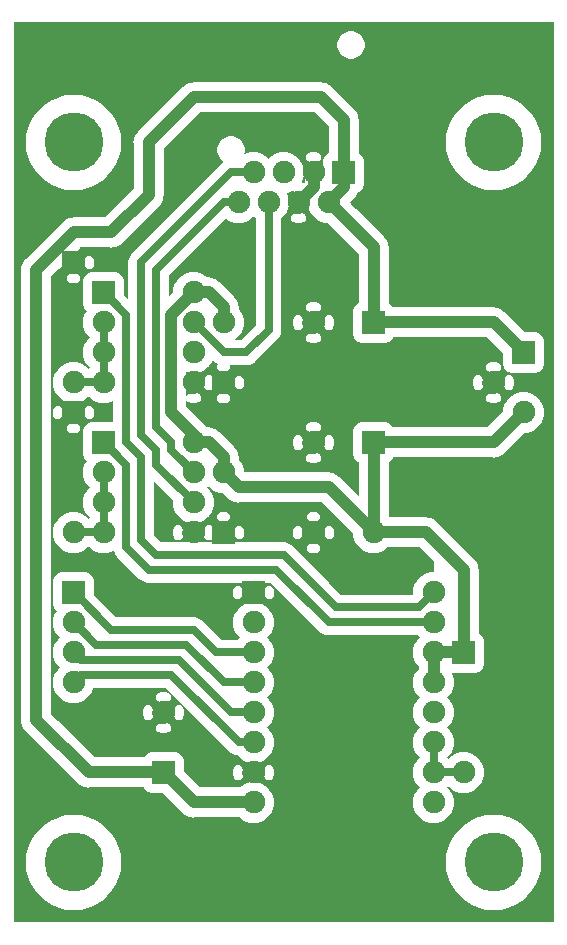
<source format=gbr>
G04 start of page 3 for group 1 idx 2 *
G04 Title: driver, bottom *
G04 Creator: pcb 20140316 *
G04 CreationDate: Wed 27 Jan 2016 09:44:16 PM GMT UTC *
G04 For: veox *
G04 Format: Gerber/RS-274X *
G04 PCB-Dimensions (mil): 1800.00 3000.00 *
G04 PCB-Coordinate-Origin: lower left *
%MOIN*%
%FSLAX25Y25*%
%LNBOTTOM*%
%ADD22C,0.0315*%
%ADD21C,0.1181*%
%ADD20C,0.1969*%
%ADD19C,0.0750*%
%ADD18C,0.0250*%
%ADD17C,0.0400*%
%ADD16C,0.0001*%
G54D16*G36*
X99997Y270000D02*X100429D01*
X105000Y265429D01*
Y256479D01*
X104884Y256431D01*
X104481Y256185D01*
X104122Y255878D01*
X103815Y255519D01*
X103569Y255116D01*
X103388Y254680D01*
X103278Y254221D01*
X103250Y253750D01*
X103275Y246528D01*
X103000Y246462D01*
Y250000D01*
X102972Y250471D01*
X102862Y250930D01*
X102681Y251366D01*
X102435Y251769D01*
X102128Y252128D01*
X101769Y252435D01*
X101366Y252681D01*
X100930Y252862D01*
X100471Y252972D01*
X100000Y253009D01*
X99997Y253009D01*
Y253750D01*
X100000Y253750D01*
X100400Y253729D01*
X100796Y253664D01*
X101029Y253628D01*
X101265Y253633D01*
X101498Y253675D01*
X101721Y253753D01*
X101929Y253865D01*
X102116Y254008D01*
X102280Y254178D01*
X102414Y254372D01*
X102517Y254585D01*
X102585Y254811D01*
X102617Y255045D01*
X102612Y255281D01*
X102570Y255513D01*
X102492Y255736D01*
X102380Y255944D01*
X102237Y256132D01*
X102067Y256295D01*
X101873Y256430D01*
X101660Y256532D01*
X101433Y256596D01*
X100722Y256721D01*
X100000Y256760D01*
X99997Y256760D01*
Y270000D01*
G37*
G36*
X89617D02*X99997D01*
Y256760D01*
X99278Y256721D01*
X98565Y256606D01*
X98338Y256538D01*
X98124Y256435D01*
X97930Y256299D01*
X97758Y256136D01*
X97615Y255947D01*
X97503Y255738D01*
X97425Y255514D01*
X97383Y255281D01*
X97378Y255044D01*
X97410Y254810D01*
X97478Y254583D01*
X97581Y254369D01*
X97716Y254175D01*
X97880Y254004D01*
X98069Y253860D01*
X98277Y253748D01*
X98501Y253670D01*
X98734Y253628D01*
X98971Y253623D01*
X99205Y253659D01*
X99600Y253729D01*
X99997Y253750D01*
Y253009D01*
X99529Y252972D01*
X99070Y252862D01*
X98634Y252681D01*
X98231Y252435D01*
X97872Y252128D01*
X97565Y251769D01*
X97319Y251366D01*
X97138Y250930D01*
X97028Y250471D01*
X97000Y250000D01*
Y246342D01*
X96873Y246430D01*
X96660Y246532D01*
X96433Y246596D01*
X95889Y246692D01*
X96033Y246926D01*
X96439Y247908D01*
X96687Y248941D01*
X96750Y250000D01*
X96687Y251059D01*
X96439Y252092D01*
X96033Y253074D01*
X95478Y253980D01*
X94788Y254788D01*
X93980Y255478D01*
X93074Y256033D01*
X92092Y256439D01*
X91059Y256687D01*
X90000Y256771D01*
X89617Y256741D01*
Y270000D01*
G37*
G36*
X165191Y300000D02*X180000D01*
Y0D01*
X165191D01*
Y5003D01*
X167215Y5841D01*
X169341Y7144D01*
X171237Y8763D01*
X172856Y10659D01*
X174159Y12785D01*
X175114Y15089D01*
X175696Y17514D01*
X175843Y20000D01*
X175696Y22486D01*
X175114Y24911D01*
X174159Y27215D01*
X172856Y29341D01*
X171237Y31237D01*
X169341Y32856D01*
X167215Y34159D01*
X165191Y34997D01*
Y158120D01*
X170326Y163255D01*
X171059Y163313D01*
X172092Y163561D01*
X173074Y163967D01*
X173980Y164522D01*
X174788Y165212D01*
X175478Y166020D01*
X176033Y166926D01*
X176439Y167908D01*
X176687Y168941D01*
X176750Y170000D01*
X176687Y171059D01*
X176439Y172092D01*
X176033Y173074D01*
X175478Y173980D01*
X174788Y174788D01*
X173980Y175478D01*
X173074Y176033D01*
X172092Y176439D01*
X171059Y176687D01*
X170000Y176771D01*
X168941Y176687D01*
X167908Y176439D01*
X166926Y176033D01*
X166020Y175478D01*
X165212Y174788D01*
X165191Y174763D01*
Y177386D01*
X165281Y177388D01*
X165513Y177430D01*
X165736Y177508D01*
X165944Y177620D01*
X166132Y177763D01*
X166295Y177933D01*
X166430Y178127D01*
X166532Y178340D01*
X166596Y178567D01*
X166721Y179278D01*
X166760Y180000D01*
X166721Y180722D01*
X166606Y181435D01*
X166538Y181662D01*
X166435Y181876D01*
X166299Y182070D01*
X166136Y182242D01*
X165947Y182385D01*
X165738Y182497D01*
X165514Y182575D01*
X165281Y182617D01*
X165191Y182619D01*
Y183441D01*
X165320Y183388D01*
X165779Y183278D01*
X166250Y183250D01*
X166958Y183252D01*
X174221Y183278D01*
X174680Y183388D01*
X175116Y183569D01*
X175519Y183815D01*
X175878Y184122D01*
X176185Y184481D01*
X176431Y184884D01*
X176612Y185320D01*
X176722Y185779D01*
X176750Y186250D01*
X176722Y194221D01*
X176612Y194680D01*
X176431Y195116D01*
X176185Y195519D01*
X175878Y195878D01*
X175519Y196185D01*
X175116Y196431D01*
X174680Y196612D01*
X174221Y196722D01*
X173750Y196750D01*
X170333Y196738D01*
X165191Y201880D01*
Y245003D01*
X167215Y245841D01*
X169341Y247144D01*
X171237Y248763D01*
X172856Y250659D01*
X174159Y252785D01*
X175114Y255089D01*
X175696Y257514D01*
X175843Y260000D01*
X175696Y262486D01*
X175114Y264911D01*
X174159Y267215D01*
X172856Y269341D01*
X171237Y271237D01*
X169341Y272856D01*
X167215Y274159D01*
X165191Y274997D01*
Y300000D01*
G37*
G36*
Y201880D02*X163674Y203397D01*
X163546Y203546D01*
X162948Y204058D01*
X162277Y204469D01*
X161550Y204770D01*
X160785Y204954D01*
X160784Y204954D01*
X160000Y205015D01*
X159997Y205015D01*
Y244109D01*
X160000Y244109D01*
X162486Y244304D01*
X164911Y244886D01*
X165191Y245003D01*
Y201880D01*
G37*
G36*
Y174763D02*X164522Y173980D01*
X163967Y173074D01*
X163561Y172092D01*
X163313Y171059D01*
X163255Y170326D01*
X159997Y167068D01*
Y173240D01*
X160000Y173240D01*
X160722Y173279D01*
X161435Y173394D01*
X161662Y173462D01*
X161876Y173565D01*
X162070Y173701D01*
X162242Y173864D01*
X162385Y174053D01*
X162497Y174262D01*
X162575Y174486D01*
X162617Y174719D01*
X162622Y174956D01*
X162590Y175190D01*
X162522Y175417D01*
X162419Y175631D01*
X162284Y175825D01*
X162120Y175996D01*
X161931Y176140D01*
X161723Y176252D01*
X161499Y176330D01*
X161266Y176372D01*
X161029Y176377D01*
X160795Y176341D01*
X160400Y176271D01*
X160000Y176250D01*
X159997Y176250D01*
Y183750D01*
X160000Y183750D01*
X160400Y183729D01*
X160796Y183664D01*
X161029Y183628D01*
X161265Y183633D01*
X161498Y183675D01*
X161721Y183753D01*
X161929Y183865D01*
X162116Y184008D01*
X162280Y184178D01*
X162414Y184372D01*
X162517Y184585D01*
X162585Y184811D01*
X162617Y185045D01*
X162612Y185281D01*
X162570Y185513D01*
X162492Y185736D01*
X162380Y185944D01*
X162237Y186132D01*
X162067Y186295D01*
X161873Y186430D01*
X161660Y186532D01*
X161433Y186596D01*
X160722Y186721D01*
X160000Y186760D01*
X159997Y186760D01*
Y192932D01*
X163264Y189665D01*
X163278Y185779D01*
X163388Y185320D01*
X163569Y184884D01*
X163815Y184481D01*
X164122Y184122D01*
X164481Y183815D01*
X164884Y183569D01*
X165191Y183441D01*
Y182619D01*
X165044Y182622D01*
X164810Y182590D01*
X164583Y182522D01*
X164369Y182419D01*
X164175Y182284D01*
X164004Y182120D01*
X163860Y181931D01*
X163748Y181723D01*
X163670Y181499D01*
X163628Y181266D01*
X163623Y181029D01*
X163659Y180795D01*
X163729Y180400D01*
X163750Y180000D01*
X163729Y179600D01*
X163664Y179204D01*
X163628Y178971D01*
X163633Y178735D01*
X163675Y178502D01*
X163753Y178279D01*
X163865Y178071D01*
X164008Y177884D01*
X164178Y177720D01*
X164372Y177586D01*
X164585Y177483D01*
X164811Y177415D01*
X165045Y177383D01*
X165191Y177386D01*
Y174763D01*
G37*
G36*
Y34997D02*X164911Y35114D01*
X162486Y35696D01*
X160000Y35891D01*
X159997Y35891D01*
Y154985D01*
X160000Y154985D01*
X160784Y155046D01*
X160785Y155046D01*
X161550Y155230D01*
X162277Y155531D01*
X162948Y155942D01*
X163546Y156454D01*
X163674Y156603D01*
X165191Y158120D01*
Y34997D01*
G37*
G36*
Y0D02*X159997D01*
Y4109D01*
X160000Y4109D01*
X162486Y4304D01*
X164911Y4886D01*
X165191Y5003D01*
Y0D01*
G37*
G36*
X159997Y300000D02*X165191D01*
Y274997D01*
X164911Y275114D01*
X162486Y275696D01*
X160000Y275891D01*
X159997Y275891D01*
Y300000D01*
G37*
G36*
Y205015D02*X159804Y205000D01*
X154809D01*
Y245003D01*
X155089Y244886D01*
X157514Y244304D01*
X159997Y244109D01*
Y205015D01*
G37*
G36*
Y167068D02*X157929Y165000D01*
X154809D01*
Y177381D01*
X154956Y177378D01*
X155190Y177410D01*
X155417Y177478D01*
X155631Y177581D01*
X155825Y177716D01*
X155996Y177880D01*
X156140Y178069D01*
X156252Y178277D01*
X156330Y178501D01*
X156372Y178734D01*
X156377Y178971D01*
X156341Y179205D01*
X156271Y179600D01*
X156250Y180000D01*
X156271Y180400D01*
X156336Y180796D01*
X156372Y181029D01*
X156367Y181265D01*
X156325Y181498D01*
X156247Y181721D01*
X156135Y181929D01*
X155992Y182116D01*
X155822Y182280D01*
X155628Y182414D01*
X155415Y182517D01*
X155189Y182585D01*
X154955Y182617D01*
X154809Y182614D01*
Y195000D01*
X157929D01*
X159997Y192932D01*
Y186760D01*
X159278Y186721D01*
X158565Y186606D01*
X158338Y186538D01*
X158124Y186435D01*
X157930Y186299D01*
X157758Y186136D01*
X157615Y185947D01*
X157503Y185738D01*
X157425Y185514D01*
X157383Y185281D01*
X157378Y185044D01*
X157410Y184810D01*
X157478Y184583D01*
X157581Y184369D01*
X157716Y184175D01*
X157880Y184004D01*
X158069Y183860D01*
X158277Y183748D01*
X158501Y183670D01*
X158734Y183628D01*
X158971Y183623D01*
X159205Y183659D01*
X159600Y183729D01*
X159997Y183750D01*
Y176250D01*
X159600Y176271D01*
X159204Y176336D01*
X158971Y176372D01*
X158735Y176367D01*
X158502Y176325D01*
X158279Y176247D01*
X158071Y176135D01*
X157884Y175992D01*
X157720Y175822D01*
X157586Y175628D01*
X157483Y175415D01*
X157415Y175189D01*
X157383Y174955D01*
X157388Y174719D01*
X157430Y174487D01*
X157508Y174264D01*
X157620Y174056D01*
X157763Y173868D01*
X157933Y173705D01*
X158127Y173570D01*
X158340Y173468D01*
X158567Y173404D01*
X159278Y173279D01*
X159997Y173240D01*
Y167068D01*
G37*
G36*
Y35891D02*X157514Y35696D01*
X155089Y35114D01*
X154809Y34997D01*
Y45237D01*
X155478Y46020D01*
X156033Y46926D01*
X156439Y47908D01*
X156687Y48941D01*
X156750Y50000D01*
X156687Y51059D01*
X156439Y52092D01*
X156033Y53074D01*
X155478Y53980D01*
X154809Y54763D01*
Y83441D01*
X155116Y83569D01*
X155519Y83815D01*
X155878Y84122D01*
X156185Y84481D01*
X156431Y84884D01*
X156612Y85320D01*
X156722Y85779D01*
X156750Y86250D01*
X156722Y94221D01*
X156612Y94680D01*
X156431Y95116D01*
X156185Y95519D01*
X155878Y95878D01*
X155519Y96185D01*
X155116Y96431D01*
X155000Y96479D01*
Y117304D01*
X155015Y117500D01*
X154954Y118284D01*
X154954Y118285D01*
X154809Y118888D01*
Y155000D01*
X159804D01*
X159997Y154985D01*
Y35891D01*
G37*
G36*
Y0D02*X154809D01*
Y5003D01*
X155089Y4886D01*
X157514Y4304D01*
X159997Y4109D01*
Y0D01*
G37*
G36*
X154809Y300000D02*X159997D01*
Y275891D01*
X157514Y275696D01*
X155089Y275114D01*
X154809Y274997D01*
Y300000D01*
G37*
G36*
Y165000D02*X126479D01*
X126431Y165116D01*
X126185Y165519D01*
X125878Y165878D01*
X125519Y166185D01*
X125116Y166431D01*
X124680Y166612D01*
X124221Y166722D01*
X123750Y166750D01*
X115779Y166722D01*
X115320Y166612D01*
X114884Y166431D01*
X114481Y166185D01*
X114122Y165878D01*
X113815Y165519D01*
X113569Y165116D01*
X113388Y164680D01*
X113278Y164221D01*
X113250Y163750D01*
X113278Y155779D01*
X113388Y155320D01*
X113569Y154884D01*
X113815Y154481D01*
X114122Y154122D01*
X114481Y153815D01*
X114884Y153569D01*
X115000Y153521D01*
Y142071D01*
X108674Y148397D01*
X108546Y148546D01*
X107948Y149058D01*
X107544Y149305D01*
X107277Y149469D01*
X106550Y149770D01*
X105785Y149954D01*
X105191Y150000D01*
Y157386D01*
X105281Y157388D01*
X105513Y157430D01*
X105736Y157508D01*
X105944Y157620D01*
X106132Y157763D01*
X106295Y157933D01*
X106430Y158127D01*
X106532Y158340D01*
X106596Y158567D01*
X106721Y159278D01*
X106760Y160000D01*
X106721Y160722D01*
X106606Y161435D01*
X106538Y161662D01*
X106435Y161876D01*
X106299Y162070D01*
X106136Y162242D01*
X105947Y162385D01*
X105738Y162497D01*
X105514Y162575D01*
X105281Y162617D01*
X105191Y162619D01*
Y197386D01*
X105281Y197388D01*
X105513Y197430D01*
X105736Y197508D01*
X105944Y197620D01*
X106132Y197763D01*
X106295Y197933D01*
X106430Y198127D01*
X106532Y198340D01*
X106596Y198567D01*
X106721Y199278D01*
X106760Y200000D01*
X106721Y200722D01*
X106606Y201435D01*
X106538Y201662D01*
X106435Y201876D01*
X106299Y202070D01*
X106136Y202242D01*
X105947Y202385D01*
X105738Y202497D01*
X105514Y202575D01*
X105281Y202617D01*
X105191Y202619D01*
Y232738D01*
X115000Y222929D01*
Y206479D01*
X114884Y206431D01*
X114481Y206185D01*
X114122Y205878D01*
X113815Y205519D01*
X113569Y205116D01*
X113388Y204680D01*
X113278Y204221D01*
X113250Y203750D01*
X113278Y195779D01*
X113388Y195320D01*
X113569Y194884D01*
X113815Y194481D01*
X114122Y194122D01*
X114481Y193815D01*
X114884Y193569D01*
X115320Y193388D01*
X115779Y193278D01*
X116250Y193250D01*
X124221Y193278D01*
X124680Y193388D01*
X125116Y193569D01*
X125519Y193815D01*
X125878Y194122D01*
X126185Y194481D01*
X126431Y194884D01*
X126479Y195000D01*
X154809D01*
Y182614D01*
X154719Y182612D01*
X154487Y182570D01*
X154264Y182492D01*
X154056Y182380D01*
X153868Y182237D01*
X153705Y182067D01*
X153570Y181873D01*
X153468Y181660D01*
X153404Y181433D01*
X153279Y180722D01*
X153240Y180000D01*
X153279Y179278D01*
X153394Y178565D01*
X153462Y178338D01*
X153565Y178124D01*
X153701Y177930D01*
X153864Y177758D01*
X154053Y177615D01*
X154262Y177503D01*
X154486Y177425D01*
X154719Y177383D01*
X154809Y177381D01*
Y165000D01*
G37*
G36*
X105191Y150000D02*X105000Y150015D01*
X104804Y150000D01*
X100003D01*
Y153240D01*
X100722Y153279D01*
X101435Y153394D01*
X101662Y153462D01*
X101876Y153565D01*
X102070Y153701D01*
X102242Y153864D01*
X102385Y154053D01*
X102497Y154262D01*
X102575Y154486D01*
X102617Y154719D01*
X102622Y154956D01*
X102590Y155190D01*
X102522Y155417D01*
X102419Y155631D01*
X102284Y155825D01*
X102120Y155996D01*
X101931Y156140D01*
X101723Y156252D01*
X101499Y156330D01*
X101266Y156372D01*
X101029Y156377D01*
X100795Y156341D01*
X100400Y156271D01*
X100003Y156250D01*
Y163750D01*
X100400Y163729D01*
X100796Y163664D01*
X101029Y163628D01*
X101265Y163633D01*
X101498Y163675D01*
X101721Y163753D01*
X101929Y163865D01*
X102116Y164008D01*
X102280Y164178D01*
X102414Y164372D01*
X102517Y164585D01*
X102585Y164811D01*
X102617Y165045D01*
X102612Y165281D01*
X102570Y165513D01*
X102492Y165736D01*
X102380Y165944D01*
X102237Y166132D01*
X102067Y166295D01*
X101873Y166430D01*
X101660Y166532D01*
X101433Y166596D01*
X100722Y166721D01*
X100003Y166760D01*
Y193240D01*
X100722Y193279D01*
X101435Y193394D01*
X101662Y193462D01*
X101876Y193565D01*
X102070Y193701D01*
X102242Y193864D01*
X102385Y194053D01*
X102497Y194262D01*
X102575Y194486D01*
X102617Y194719D01*
X102622Y194956D01*
X102590Y195190D01*
X102522Y195417D01*
X102419Y195631D01*
X102284Y195825D01*
X102120Y195996D01*
X101931Y196140D01*
X101723Y196252D01*
X101499Y196330D01*
X101266Y196372D01*
X101029Y196377D01*
X100795Y196341D01*
X100400Y196271D01*
X100003Y196250D01*
Y203750D01*
X100400Y203729D01*
X100796Y203664D01*
X101029Y203628D01*
X101265Y203633D01*
X101498Y203675D01*
X101721Y203753D01*
X101929Y203865D01*
X102116Y204008D01*
X102280Y204178D01*
X102414Y204372D01*
X102517Y204585D01*
X102585Y204811D01*
X102617Y205045D01*
X102612Y205281D01*
X102570Y205513D01*
X102492Y205736D01*
X102380Y205944D01*
X102237Y206132D01*
X102067Y206295D01*
X101873Y206430D01*
X101660Y206532D01*
X101433Y206596D01*
X100722Y206721D01*
X100003Y206760D01*
Y235458D01*
X100212Y235212D01*
X101020Y234522D01*
X101926Y233967D01*
X101958Y233954D01*
X102908Y233561D01*
X103941Y233313D01*
X104674Y233255D01*
X105191Y232738D01*
Y202619D01*
X105044Y202622D01*
X104810Y202590D01*
X104583Y202522D01*
X104369Y202419D01*
X104175Y202284D01*
X104004Y202120D01*
X103860Y201931D01*
X103748Y201723D01*
X103670Y201499D01*
X103628Y201266D01*
X103623Y201029D01*
X103659Y200795D01*
X103729Y200400D01*
X103750Y200000D01*
X103729Y199600D01*
X103664Y199204D01*
X103628Y198971D01*
X103633Y198735D01*
X103675Y198502D01*
X103753Y198279D01*
X103865Y198071D01*
X104008Y197884D01*
X104178Y197720D01*
X104372Y197586D01*
X104585Y197483D01*
X104811Y197415D01*
X105045Y197383D01*
X105191Y197386D01*
Y162619D01*
X105044Y162622D01*
X104810Y162590D01*
X104583Y162522D01*
X104369Y162419D01*
X104175Y162284D01*
X104004Y162120D01*
X103860Y161931D01*
X103748Y161723D01*
X103670Y161499D01*
X103628Y161266D01*
X103623Y161029D01*
X103659Y160795D01*
X103729Y160400D01*
X103750Y160000D01*
X103729Y159600D01*
X103664Y159204D01*
X103628Y158971D01*
X103633Y158735D01*
X103675Y158502D01*
X103753Y158279D01*
X103865Y158071D01*
X104008Y157884D01*
X104178Y157720D01*
X104372Y157586D01*
X104585Y157483D01*
X104811Y157415D01*
X105045Y157383D01*
X105191Y157386D01*
Y150000D01*
G37*
G36*
X100003Y150000D02*X94809D01*
Y157381D01*
X94956Y157378D01*
X95190Y157410D01*
X95417Y157478D01*
X95631Y157581D01*
X95825Y157716D01*
X95996Y157880D01*
X96140Y158069D01*
X96252Y158277D01*
X96330Y158501D01*
X96372Y158734D01*
X96377Y158971D01*
X96341Y159205D01*
X96271Y159600D01*
X96250Y160000D01*
X96271Y160400D01*
X96336Y160796D01*
X96372Y161029D01*
X96367Y161265D01*
X96325Y161498D01*
X96247Y161721D01*
X96135Y161929D01*
X95992Y162116D01*
X95822Y162280D01*
X95628Y162414D01*
X95415Y162517D01*
X95189Y162585D01*
X94955Y162617D01*
X94809Y162614D01*
Y197381D01*
X94956Y197378D01*
X95190Y197410D01*
X95417Y197478D01*
X95631Y197581D01*
X95825Y197716D01*
X95996Y197880D01*
X96140Y198069D01*
X96252Y198277D01*
X96330Y198501D01*
X96372Y198734D01*
X96377Y198971D01*
X96341Y199205D01*
X96271Y199600D01*
X96250Y200000D01*
X96271Y200400D01*
X96336Y200796D01*
X96372Y201029D01*
X96367Y201265D01*
X96325Y201498D01*
X96247Y201721D01*
X96135Y201929D01*
X95992Y202116D01*
X95822Y202280D01*
X95628Y202414D01*
X95415Y202517D01*
X95189Y202585D01*
X94955Y202617D01*
X94809Y202614D01*
Y233251D01*
X95000Y233240D01*
X95722Y233279D01*
X96435Y233394D01*
X96662Y233462D01*
X96876Y233565D01*
X97070Y233701D01*
X97242Y233864D01*
X97385Y234053D01*
X97497Y234262D01*
X97575Y234486D01*
X97617Y234719D01*
X97622Y234956D01*
X97590Y235190D01*
X97522Y235417D01*
X97419Y235631D01*
X97284Y235825D01*
X97120Y235996D01*
X96931Y236140D01*
X96723Y236252D01*
X96499Y236330D01*
X96266Y236372D01*
X96029Y236377D01*
X95795Y236341D01*
X95400Y236271D01*
X95000Y236250D01*
X94809Y236260D01*
Y237006D01*
X95000Y236991D01*
X95471Y237028D01*
X95930Y237138D01*
X96366Y237319D01*
X96769Y237565D01*
X97121Y237879D01*
X98303Y239060D01*
X98313Y238941D01*
X98561Y237908D01*
X98967Y236926D01*
X99522Y236020D01*
X100003Y235458D01*
Y206760D01*
X100000Y206760D01*
X99278Y206721D01*
X98565Y206606D01*
X98338Y206538D01*
X98124Y206435D01*
X97930Y206299D01*
X97758Y206136D01*
X97615Y205947D01*
X97503Y205738D01*
X97425Y205514D01*
X97383Y205281D01*
X97378Y205044D01*
X97410Y204810D01*
X97478Y204583D01*
X97581Y204369D01*
X97716Y204175D01*
X97880Y204004D01*
X98069Y203860D01*
X98277Y203748D01*
X98501Y203670D01*
X98734Y203628D01*
X98971Y203623D01*
X99205Y203659D01*
X99600Y203729D01*
X100000Y203750D01*
X100003Y203750D01*
Y196250D01*
X100000Y196250D01*
X99600Y196271D01*
X99204Y196336D01*
X98971Y196372D01*
X98735Y196367D01*
X98502Y196325D01*
X98279Y196247D01*
X98071Y196135D01*
X97884Y195992D01*
X97720Y195822D01*
X97586Y195628D01*
X97483Y195415D01*
X97415Y195189D01*
X97383Y194955D01*
X97388Y194719D01*
X97430Y194487D01*
X97508Y194264D01*
X97620Y194056D01*
X97763Y193868D01*
X97933Y193705D01*
X98127Y193570D01*
X98340Y193468D01*
X98567Y193404D01*
X99278Y193279D01*
X100000Y193240D01*
X100003Y193240D01*
Y166760D01*
X100000Y166760D01*
X99278Y166721D01*
X98565Y166606D01*
X98338Y166538D01*
X98124Y166435D01*
X97930Y166299D01*
X97758Y166136D01*
X97615Y165947D01*
X97503Y165738D01*
X97425Y165514D01*
X97383Y165281D01*
X97378Y165044D01*
X97410Y164810D01*
X97478Y164583D01*
X97581Y164369D01*
X97716Y164175D01*
X97880Y164004D01*
X98069Y163860D01*
X98277Y163748D01*
X98501Y163670D01*
X98734Y163628D01*
X98971Y163623D01*
X99205Y163659D01*
X99600Y163729D01*
X100000Y163750D01*
X100003Y163750D01*
Y156250D01*
X100000Y156250D01*
X99600Y156271D01*
X99204Y156336D01*
X98971Y156372D01*
X98735Y156367D01*
X98502Y156325D01*
X98279Y156247D01*
X98071Y156135D01*
X97884Y155992D01*
X97720Y155822D01*
X97586Y155628D01*
X97483Y155415D01*
X97415Y155189D01*
X97383Y154955D01*
X97388Y154719D01*
X97430Y154487D01*
X97508Y154264D01*
X97620Y154056D01*
X97763Y153868D01*
X97933Y153705D01*
X98127Y153570D01*
X98340Y153468D01*
X98567Y153404D01*
X99278Y153279D01*
X100000Y153240D01*
X100003Y153240D01*
Y150000D01*
G37*
G36*
X94809D02*X89617D01*
Y235067D01*
X89788Y235212D01*
X90478Y236020D01*
X91033Y236926D01*
X91439Y237908D01*
X91687Y238941D01*
X91750Y240000D01*
X91687Y241059D01*
X91439Y242092D01*
X91033Y243074D01*
X90895Y243300D01*
X91059Y243313D01*
X92092Y243561D01*
X92979Y243928D01*
X93069Y243860D01*
X93277Y243748D01*
X93501Y243670D01*
X93734Y243628D01*
X93971Y243623D01*
X94205Y243659D01*
X94462Y243704D01*
X92879Y242121D01*
X92565Y241769D01*
X92319Y241366D01*
X92138Y240930D01*
X92028Y240471D01*
X91991Y240000D01*
X92028Y239529D01*
X92138Y239070D01*
X92319Y238634D01*
X92565Y238231D01*
X92872Y237872D01*
X93231Y237565D01*
X93634Y237319D01*
X94070Y237138D01*
X94529Y237028D01*
X94809Y237006D01*
Y236260D01*
X94600Y236271D01*
X94204Y236336D01*
X93971Y236372D01*
X93735Y236367D01*
X93502Y236325D01*
X93279Y236247D01*
X93071Y236135D01*
X92884Y235992D01*
X92720Y235822D01*
X92586Y235628D01*
X92483Y235415D01*
X92415Y235189D01*
X92383Y234955D01*
X92388Y234719D01*
X92430Y234487D01*
X92508Y234264D01*
X92620Y234056D01*
X92763Y233868D01*
X92933Y233705D01*
X93127Y233570D01*
X93340Y233468D01*
X93567Y233404D01*
X94278Y233279D01*
X94809Y233251D01*
Y202614D01*
X94719Y202612D01*
X94487Y202570D01*
X94264Y202492D01*
X94056Y202380D01*
X93868Y202237D01*
X93705Y202067D01*
X93570Y201873D01*
X93468Y201660D01*
X93404Y201433D01*
X93279Y200722D01*
X93240Y200000D01*
X93279Y199278D01*
X93394Y198565D01*
X93462Y198338D01*
X93565Y198124D01*
X93701Y197930D01*
X93864Y197758D01*
X94053Y197615D01*
X94262Y197503D01*
X94486Y197425D01*
X94719Y197383D01*
X94809Y197381D01*
Y162614D01*
X94719Y162612D01*
X94487Y162570D01*
X94264Y162492D01*
X94056Y162380D01*
X93868Y162237D01*
X93705Y162067D01*
X93570Y161873D01*
X93468Y161660D01*
X93404Y161433D01*
X93279Y160722D01*
X93240Y160000D01*
X93279Y159278D01*
X93394Y158565D01*
X93462Y158338D01*
X93565Y158124D01*
X93701Y157930D01*
X93864Y157758D01*
X94053Y157615D01*
X94262Y157503D01*
X94486Y157425D01*
X94719Y157383D01*
X94809Y157381D01*
Y150000D01*
G37*
G36*
X154809Y118888D02*X154770Y119050D01*
X154469Y119777D01*
X154058Y120448D01*
X153546Y121046D01*
X153397Y121174D01*
X141174Y133397D01*
X141046Y133546D01*
X140448Y134058D01*
X139777Y134469D01*
X139050Y134770D01*
X138285Y134954D01*
X138284Y134954D01*
X137500Y135015D01*
X137304Y135000D01*
X125000D01*
Y153521D01*
X125116Y153569D01*
X125519Y153815D01*
X125878Y154122D01*
X126185Y154481D01*
X126431Y154884D01*
X126479Y155000D01*
X154809D01*
Y118888D01*
G37*
G36*
Y54763D02*X154788Y54788D01*
X153980Y55478D01*
X153074Y56033D01*
X152092Y56439D01*
X151059Y56687D01*
X150000Y56771D01*
X148941Y56687D01*
X147908Y56439D01*
X146926Y56033D01*
X146020Y55478D01*
X145212Y54788D01*
X145000Y54539D01*
X144788Y54788D01*
X144539Y55000D01*
X144788Y55212D01*
X145478Y56020D01*
X146033Y56926D01*
X146439Y57908D01*
X146687Y58941D01*
X146750Y60000D01*
X146687Y61059D01*
X146439Y62092D01*
X146046Y63042D01*
X146033Y63074D01*
X145478Y63980D01*
X144788Y64788D01*
X144539Y65000D01*
X144788Y65212D01*
X145478Y66020D01*
X146033Y66926D01*
X146439Y67908D01*
X146687Y68941D01*
X146750Y70000D01*
X146687Y71059D01*
X146439Y72092D01*
X146046Y73042D01*
X146033Y73074D01*
X145478Y73980D01*
X144788Y74788D01*
X144539Y75000D01*
X144788Y75212D01*
X145478Y76020D01*
X146033Y76926D01*
X146439Y77908D01*
X146687Y78941D01*
X146750Y80000D01*
X146687Y81059D01*
X146439Y82092D01*
X146046Y83042D01*
X146033Y83074D01*
X145913Y83270D01*
X146250Y83250D01*
X154221Y83278D01*
X154680Y83388D01*
X154809Y83441D01*
Y54763D01*
G37*
G36*
Y0D02*X89617D01*
Y109372D01*
X101877Y97113D01*
X101986Y96986D01*
X102494Y96551D01*
X102494Y96551D01*
X102850Y96333D01*
X103065Y96202D01*
X103683Y95946D01*
X104333Y95789D01*
X104333Y95789D01*
X105000Y95737D01*
X105167Y95750D01*
X134753D01*
X135212Y95212D01*
X135461Y95000D01*
X135212Y94788D01*
X134522Y93980D01*
X133967Y93074D01*
X133954Y93042D01*
X133561Y92092D01*
X133313Y91059D01*
X133229Y90000D01*
X133313Y88941D01*
X133561Y87908D01*
X133967Y86926D01*
X134522Y86020D01*
X135000Y85461D01*
Y84539D01*
X134522Y83980D01*
X133967Y83074D01*
X133954Y83042D01*
X133561Y82092D01*
X133313Y81059D01*
X133229Y80000D01*
X133313Y78941D01*
X133561Y77908D01*
X133967Y76926D01*
X134522Y76020D01*
X135212Y75212D01*
X135461Y75000D01*
X135212Y74788D01*
X134522Y73980D01*
X133967Y73074D01*
X133954Y73042D01*
X133561Y72092D01*
X133313Y71059D01*
X133229Y70000D01*
X133313Y68941D01*
X133561Y67908D01*
X133967Y66926D01*
X134522Y66020D01*
X135212Y65212D01*
X135461Y65000D01*
X135212Y64788D01*
X134522Y63980D01*
X133967Y63074D01*
X133954Y63042D01*
X133561Y62092D01*
X133313Y61059D01*
X133229Y60000D01*
X133313Y58941D01*
X133561Y57908D01*
X133967Y56926D01*
X134522Y56020D01*
X135212Y55212D01*
X135461Y55000D01*
X135212Y54788D01*
X134522Y53980D01*
X133967Y53074D01*
X133954Y53042D01*
X133561Y52092D01*
X133313Y51059D01*
X133229Y50000D01*
X133313Y48941D01*
X133561Y47908D01*
X133967Y46926D01*
X134522Y46020D01*
X135212Y45212D01*
X135461Y45000D01*
X135212Y44788D01*
X134522Y43980D01*
X133967Y43074D01*
X133954Y43042D01*
X133561Y42092D01*
X133313Y41059D01*
X133229Y40000D01*
X133313Y38941D01*
X133561Y37908D01*
X133967Y36926D01*
X134522Y36020D01*
X135212Y35212D01*
X136020Y34522D01*
X136926Y33967D01*
X137908Y33561D01*
X138941Y33313D01*
X140000Y33229D01*
X141059Y33313D01*
X142092Y33561D01*
X143074Y33967D01*
X143980Y34522D01*
X144788Y35212D01*
X145478Y36020D01*
X146033Y36926D01*
X146439Y37908D01*
X146687Y38941D01*
X146750Y40000D01*
X146687Y41059D01*
X146439Y42092D01*
X146046Y43042D01*
X146033Y43074D01*
X145478Y43980D01*
X144788Y44788D01*
X144539Y45000D01*
X144788Y45212D01*
X145000Y45461D01*
X145212Y45212D01*
X146020Y44522D01*
X146926Y43967D01*
X147908Y43561D01*
X148941Y43313D01*
X150000Y43229D01*
X151059Y43313D01*
X152092Y43561D01*
X153074Y43967D01*
X153980Y44522D01*
X154788Y45212D01*
X154809Y45237D01*
Y34997D01*
X152785Y34159D01*
X150659Y32856D01*
X148763Y31237D01*
X147144Y29341D01*
X145841Y27215D01*
X144886Y24911D01*
X144304Y22486D01*
X144109Y20000D01*
X144304Y17514D01*
X144886Y15089D01*
X145841Y12785D01*
X147144Y10659D01*
X148763Y8763D01*
X150659Y7144D01*
X152785Y5841D01*
X154809Y5003D01*
Y0D01*
G37*
G36*
X112493Y300000D02*X154809D01*
Y274997D01*
X152785Y274159D01*
X150659Y272856D01*
X148763Y271237D01*
X147144Y269341D01*
X145841Y267215D01*
X144886Y264911D01*
X144304Y262486D01*
X144109Y260000D01*
X144304Y257514D01*
X144886Y255089D01*
X145841Y252785D01*
X147144Y250659D01*
X148763Y248763D01*
X150659Y247144D01*
X152785Y245841D01*
X154809Y245003D01*
Y205000D01*
X126479D01*
X126431Y205116D01*
X126185Y205519D01*
X125878Y205878D01*
X125519Y206185D01*
X125116Y206431D01*
X125000Y206479D01*
Y224804D01*
X125015Y225000D01*
X124954Y225784D01*
X124954Y225785D01*
X124770Y226550D01*
X124469Y227277D01*
X124058Y227948D01*
X123546Y228546D01*
X123397Y228674D01*
X114160Y237911D01*
X112493Y239578D01*
Y240422D01*
X113397Y241326D01*
X113546Y241454D01*
X114024Y242013D01*
X114057Y242052D01*
X114057Y242052D01*
X114058Y242052D01*
X114469Y242723D01*
X114758Y243420D01*
X115116Y243569D01*
X115519Y243815D01*
X115878Y244122D01*
X116185Y244481D01*
X116431Y244884D01*
X116612Y245320D01*
X116722Y245779D01*
X116750Y246250D01*
X116722Y254221D01*
X116612Y254680D01*
X116431Y255116D01*
X116185Y255519D01*
X115878Y255878D01*
X115519Y256185D01*
X115116Y256431D01*
X115000Y256479D01*
Y267304D01*
X115015Y267500D01*
X114954Y268285D01*
X114770Y269050D01*
X114469Y269777D01*
X114396Y269895D01*
X114058Y270448D01*
X113546Y271046D01*
X113397Y271174D01*
X112493Y272078D01*
Y287912D01*
X112500Y287911D01*
X113218Y287968D01*
X113918Y288136D01*
X114583Y288411D01*
X115197Y288787D01*
X115745Y289255D01*
X116213Y289803D01*
X116589Y290417D01*
X116864Y291082D01*
X117032Y291782D01*
X117075Y292500D01*
X117032Y293218D01*
X116864Y293918D01*
X116589Y294583D01*
X116213Y295197D01*
X115745Y295745D01*
X115197Y296213D01*
X114583Y296589D01*
X113918Y296864D01*
X113218Y297032D01*
X112500Y297089D01*
X112493Y297088D01*
Y300000D01*
G37*
G36*
Y239578D02*X112071Y240000D01*
X112493Y240422D01*
Y239578D01*
G37*
G36*
X89617Y300000D02*X112493D01*
Y297088D01*
X111782Y297032D01*
X111082Y296864D01*
X110417Y296589D01*
X109803Y296213D01*
X109255Y295745D01*
X108787Y295197D01*
X108411Y294583D01*
X108136Y293918D01*
X107968Y293218D01*
X107911Y292500D01*
X107968Y291782D01*
X108136Y291082D01*
X108411Y290417D01*
X108787Y289803D01*
X109255Y289255D01*
X109803Y288787D01*
X110417Y288411D01*
X111082Y288136D01*
X111782Y287968D01*
X112493Y287912D01*
Y272078D01*
X106174Y278397D01*
X106046Y278546D01*
X105448Y279058D01*
X105032Y279313D01*
X104777Y279469D01*
X104050Y279770D01*
X103285Y279954D01*
X102500Y280015D01*
X102304Y280000D01*
X89617D01*
Y300000D01*
G37*
G36*
Y150000D02*X77071D01*
X76730Y150341D01*
X76687Y151059D01*
X76439Y152092D01*
X76033Y153074D01*
X75478Y153980D01*
X75250Y154246D01*
Y177745D01*
X75485Y177764D01*
X75715Y177819D01*
X75933Y177909D01*
X76134Y178033D01*
X76314Y178186D01*
X76467Y178366D01*
X76591Y178567D01*
X76681Y178785D01*
X76736Y179015D01*
X76750Y179250D01*
Y180750D01*
X76736Y180985D01*
X76681Y181215D01*
X76591Y181433D01*
X76467Y181634D01*
X76314Y181814D01*
X76134Y181967D01*
X75933Y182091D01*
X75715Y182181D01*
X75485Y182236D01*
X75250Y182255D01*
Y185750D01*
X77333D01*
X77500Y185737D01*
X78167Y185789D01*
X78167Y185789D01*
X78817Y185946D01*
X79435Y186202D01*
X80006Y186551D01*
X80514Y186986D01*
X80623Y187113D01*
X87887Y194377D01*
X88014Y194486D01*
X88449Y194994D01*
X88449Y194994D01*
X88798Y195565D01*
X89054Y196183D01*
X89211Y196833D01*
X89263Y197500D01*
X89250Y197667D01*
Y234753D01*
X89617Y235067D01*
Y150000D01*
G37*
G36*
X75250Y154246D02*X75000Y154539D01*
Y154804D01*
X75015Y155000D01*
X74954Y155784D01*
X74954Y155785D01*
X74770Y156550D01*
X74469Y157277D01*
X74058Y157948D01*
X73992Y158025D01*
X73546Y158546D01*
X73397Y158674D01*
X70000Y162071D01*
Y173250D01*
X70750D01*
X70985Y173264D01*
X71215Y173319D01*
X71433Y173409D01*
X71634Y173533D01*
X71814Y173686D01*
X71967Y173866D01*
X72091Y174067D01*
X72181Y174285D01*
X72236Y174515D01*
X72255Y174750D01*
X72236Y174985D01*
X72181Y175215D01*
X72091Y175433D01*
X71967Y175634D01*
X71814Y175814D01*
X71634Y175967D01*
X71433Y176091D01*
X71215Y176181D01*
X70985Y176236D01*
X70750Y176250D01*
X70000D01*
Y183750D01*
X70750D01*
X70985Y183764D01*
X71215Y183819D01*
X71433Y183909D01*
X71634Y184033D01*
X71814Y184186D01*
X71967Y184366D01*
X72091Y184567D01*
X72181Y184785D01*
X72236Y185015D01*
X72255Y185250D01*
X72236Y185485D01*
X72181Y185715D01*
X72166Y185750D01*
X75250D01*
Y182255D01*
X75015Y182236D01*
X74785Y182181D01*
X74567Y182091D01*
X74366Y181967D01*
X74186Y181814D01*
X74033Y181634D01*
X73909Y181433D01*
X73819Y181215D01*
X73764Y180985D01*
X73750Y180750D01*
Y179250D01*
X73764Y179015D01*
X73819Y178785D01*
X73909Y178567D01*
X74033Y178366D01*
X74186Y178186D01*
X74366Y178033D01*
X74567Y177909D01*
X74785Y177819D01*
X75015Y177764D01*
X75250Y177745D01*
Y154246D01*
G37*
G36*
X70000Y162071D02*X68674Y163397D01*
X68546Y163546D01*
X68025Y163992D01*
X67948Y164058D01*
X67277Y164469D01*
X66958Y164601D01*
X66550Y164770D01*
X65785Y164954D01*
X65784Y164954D01*
X65005Y165015D01*
Y177388D01*
X65045Y177383D01*
X65281Y177388D01*
X65513Y177430D01*
X65736Y177508D01*
X65944Y177620D01*
X66132Y177763D01*
X66295Y177933D01*
X66430Y178127D01*
X66532Y178340D01*
X66596Y178567D01*
X66721Y179278D01*
X66760Y180000D01*
X66721Y180722D01*
X66606Y181435D01*
X66538Y181662D01*
X66435Y181876D01*
X66299Y182070D01*
X66136Y182242D01*
X65947Y182385D01*
X65738Y182497D01*
X65514Y182575D01*
X65281Y182617D01*
X65044Y182622D01*
X65005Y182617D01*
Y185467D01*
X65478Y186020D01*
X66033Y186926D01*
X66335Y187655D01*
X66877Y187113D01*
X66958Y187017D01*
X66986Y186986D01*
X67494Y186551D01*
X67494Y186551D01*
X68065Y186202D01*
X68083Y186194D01*
X68033Y186134D01*
X67909Y185933D01*
X67819Y185715D01*
X67764Y185485D01*
X67745Y185250D01*
X67764Y185015D01*
X67819Y184785D01*
X67909Y184567D01*
X68033Y184366D01*
X68186Y184186D01*
X68366Y184033D01*
X68567Y183909D01*
X68785Y183819D01*
X69015Y183764D01*
X69250Y183750D01*
X70000D01*
Y176250D01*
X69250D01*
X69015Y176236D01*
X68785Y176181D01*
X68567Y176091D01*
X68366Y175967D01*
X68186Y175814D01*
X68033Y175634D01*
X67909Y175433D01*
X67819Y175215D01*
X67764Y174985D01*
X67745Y174750D01*
X67764Y174515D01*
X67819Y174285D01*
X67909Y174067D01*
X68033Y173866D01*
X68186Y173686D01*
X68366Y173533D01*
X68567Y173409D01*
X68785Y173319D01*
X69015Y173264D01*
X69250Y173250D01*
X70000D01*
Y162071D01*
G37*
G36*
X65005Y165015D02*X65000Y165015D01*
X64804Y165000D01*
X64539D01*
X64105Y165371D01*
X64058Y165448D01*
X63546Y166046D01*
X63397Y166174D01*
X57500Y172071D01*
Y174287D01*
X57508Y174264D01*
X57620Y174056D01*
X57763Y173868D01*
X57933Y173705D01*
X58127Y173570D01*
X58340Y173468D01*
X58567Y173404D01*
X59278Y173279D01*
X60000Y173240D01*
X60722Y173279D01*
X61435Y173394D01*
X61662Y173462D01*
X61876Y173565D01*
X62070Y173701D01*
X62242Y173864D01*
X62385Y174053D01*
X62497Y174262D01*
X62575Y174486D01*
X62617Y174719D01*
X62622Y174956D01*
X62590Y175190D01*
X62522Y175417D01*
X62419Y175631D01*
X62284Y175825D01*
X62120Y175996D01*
X61931Y176140D01*
X61723Y176252D01*
X61499Y176330D01*
X61266Y176372D01*
X61029Y176377D01*
X60795Y176341D01*
X60400Y176271D01*
X60000Y176250D01*
X59600Y176271D01*
X59204Y176336D01*
X58971Y176372D01*
X58735Y176367D01*
X58502Y176325D01*
X58279Y176247D01*
X58071Y176135D01*
X57884Y175992D01*
X57720Y175822D01*
X57586Y175628D01*
X57500Y175451D01*
Y183729D01*
X57908Y183561D01*
X58941Y183313D01*
X60000Y183229D01*
X61059Y183313D01*
X62092Y183561D01*
X63074Y183967D01*
X63980Y184522D01*
X64788Y185212D01*
X65005Y185467D01*
Y182617D01*
X64810Y182590D01*
X64583Y182522D01*
X64369Y182419D01*
X64175Y182284D01*
X64004Y182120D01*
X63906Y181992D01*
X63866Y181967D01*
X63686Y181814D01*
X63533Y181634D01*
X63409Y181433D01*
X63319Y181215D01*
X63264Y180985D01*
X63250Y180750D01*
Y179250D01*
X63264Y179015D01*
X63319Y178785D01*
X63409Y178567D01*
X63533Y178366D01*
X63686Y178186D01*
X63866Y178033D01*
X63919Y178000D01*
X64008Y177884D01*
X64178Y177720D01*
X64372Y177586D01*
X64585Y177483D01*
X64811Y177415D01*
X65005Y177388D01*
Y165015D01*
G37*
G36*
X14750Y85754D02*X15212Y85212D01*
X15461Y85000D01*
X15212Y84788D01*
X14750Y84246D01*
Y85754D01*
G37*
G36*
Y95754D02*X15212Y95212D01*
X15461Y95000D01*
X15212Y94788D01*
X14750Y94246D01*
Y95754D01*
G37*
G36*
X25250Y135180D02*X25461Y135000D01*
X25250Y134820D01*
Y135180D01*
G37*
G36*
Y145180D02*X25461Y145000D01*
X25250Y144820D01*
Y145180D01*
G37*
G36*
Y175180D02*X26020Y174522D01*
X26926Y173967D01*
X26958Y173954D01*
X27908Y173561D01*
X28941Y173313D01*
X30000Y173229D01*
X31059Y173313D01*
X32092Y173561D01*
X33074Y173967D01*
X33250Y174075D01*
Y166748D01*
X25779Y166722D01*
X25320Y166612D01*
X25250Y166583D01*
Y167745D01*
X25485Y167764D01*
X25715Y167819D01*
X25933Y167909D01*
X26134Y168033D01*
X26314Y168186D01*
X26467Y168366D01*
X26591Y168567D01*
X26681Y168785D01*
X26736Y169015D01*
X26750Y169250D01*
Y170750D01*
X26736Y170985D01*
X26681Y171215D01*
X26591Y171433D01*
X26467Y171634D01*
X26314Y171814D01*
X26134Y171967D01*
X25933Y172091D01*
X25715Y172181D01*
X25485Y172236D01*
X25250Y172255D01*
Y175180D01*
G37*
G36*
X20000Y173229D02*X21059Y173313D01*
X22092Y173561D01*
X23074Y173967D01*
X23980Y174522D01*
X24788Y175212D01*
X25000Y175461D01*
X25212Y175212D01*
X25250Y175180D01*
Y172255D01*
X25015Y172236D01*
X24785Y172181D01*
X24567Y172091D01*
X24366Y171967D01*
X24186Y171814D01*
X24033Y171634D01*
X23909Y171433D01*
X23819Y171215D01*
X23764Y170985D01*
X23750Y170750D01*
Y169250D01*
X23764Y169015D01*
X23819Y168785D01*
X23909Y168567D01*
X24033Y168366D01*
X24186Y168186D01*
X24366Y168033D01*
X24567Y167909D01*
X24785Y167819D01*
X25015Y167764D01*
X25250Y167745D01*
Y166583D01*
X24884Y166431D01*
X24481Y166185D01*
X24122Y165878D01*
X23815Y165519D01*
X23569Y165116D01*
X23388Y164680D01*
X23278Y164221D01*
X23250Y163750D01*
X23252Y163042D01*
X23278Y155779D01*
X23388Y155320D01*
X23569Y154884D01*
X23815Y154481D01*
X24122Y154122D01*
X24442Y153849D01*
X23967Y153074D01*
X23561Y152092D01*
X23313Y151059D01*
X23229Y150000D01*
X23313Y148941D01*
X23561Y147908D01*
X23967Y146926D01*
X24522Y146020D01*
X25212Y145212D01*
X25250Y145180D01*
Y144820D01*
X25212Y144788D01*
X24522Y143980D01*
X23967Y143074D01*
X23561Y142092D01*
X23313Y141059D01*
X23229Y140000D01*
X23313Y138941D01*
X23561Y137908D01*
X23967Y136926D01*
X24522Y136020D01*
X25212Y135212D01*
X25250Y135180D01*
Y134820D01*
X25212Y134788D01*
X25000Y134539D01*
X24788Y134788D01*
X23980Y135478D01*
X23074Y136033D01*
X22092Y136439D01*
X21059Y136687D01*
X20000Y136771D01*
Y163250D01*
X20750D01*
X20985Y163264D01*
X21215Y163319D01*
X21433Y163409D01*
X21634Y163533D01*
X21814Y163686D01*
X21967Y163866D01*
X22091Y164067D01*
X22181Y164285D01*
X22236Y164515D01*
X22255Y164750D01*
X22236Y164985D01*
X22181Y165215D01*
X22091Y165433D01*
X21967Y165634D01*
X21814Y165814D01*
X21634Y165967D01*
X21433Y166091D01*
X21215Y166181D01*
X20985Y166236D01*
X20750Y166250D01*
X20000D01*
Y173229D01*
G37*
G36*
X14750Y175754D02*X15212Y175212D01*
X16020Y174522D01*
X16926Y173967D01*
X17908Y173561D01*
X18941Y173313D01*
X20000Y173229D01*
X20000D01*
Y166250D01*
X19250D01*
X19015Y166236D01*
X18785Y166181D01*
X18567Y166091D01*
X18366Y165967D01*
X18186Y165814D01*
X18033Y165634D01*
X17909Y165433D01*
X17819Y165215D01*
X17764Y164985D01*
X17745Y164750D01*
X17764Y164515D01*
X17819Y164285D01*
X17909Y164067D01*
X18033Y163866D01*
X18186Y163686D01*
X18366Y163533D01*
X18567Y163409D01*
X18785Y163319D01*
X19015Y163264D01*
X19250Y163250D01*
X20000D01*
Y136771D01*
X20000D01*
X18941Y136687D01*
X17908Y136439D01*
X16926Y136033D01*
X16020Y135478D01*
X15212Y134788D01*
X14750Y134246D01*
Y167745D01*
X14985Y167764D01*
X15215Y167819D01*
X15433Y167909D01*
X15634Y168033D01*
X15814Y168186D01*
X15967Y168366D01*
X16091Y168567D01*
X16181Y168785D01*
X16236Y169015D01*
X16250Y169250D01*
Y170750D01*
X16236Y170985D01*
X16181Y171215D01*
X16091Y171433D01*
X15967Y171634D01*
X15814Y171814D01*
X15634Y171967D01*
X15433Y172091D01*
X15215Y172181D01*
X14985Y172236D01*
X14750Y172255D01*
Y175754D01*
G37*
G36*
X25250Y185180D02*X25461Y185000D01*
X25250Y184820D01*
Y185180D01*
G37*
G36*
Y195180D02*X25461Y195000D01*
X25250Y194820D01*
Y195180D01*
G37*
G36*
Y225000D02*X32304D01*
X32500Y224985D01*
X33284Y225046D01*
X33285Y225046D01*
X34050Y225230D01*
X34777Y225531D01*
X35448Y225942D01*
X36046Y226454D01*
X36174Y226603D01*
X48397Y238826D01*
X48546Y238954D01*
X49058Y239552D01*
X49469Y240223D01*
X49770Y240950D01*
X49954Y241715D01*
X50015Y242500D01*
X50000Y242696D01*
Y257929D01*
X62071Y270000D01*
X89617D01*
Y256741D01*
X88941Y256687D01*
X87908Y256439D01*
X86958Y256046D01*
X86926Y256033D01*
X86020Y255478D01*
X85212Y254788D01*
X85000Y254539D01*
X84788Y254788D01*
X83980Y255478D01*
X83074Y256033D01*
X82092Y256439D01*
X81059Y256687D01*
X80000Y256771D01*
X78941Y256687D01*
X77908Y256439D01*
X76926Y256033D01*
X76816Y255965D01*
X76864Y256082D01*
X77032Y256782D01*
X77075Y257500D01*
X77044Y258025D01*
X77032Y258218D01*
X76864Y258918D01*
X76589Y259583D01*
X76213Y260197D01*
X75745Y260745D01*
X75197Y261213D01*
X74583Y261589D01*
X73918Y261864D01*
X73218Y262032D01*
X72500Y262089D01*
X71782Y262032D01*
X71082Y261864D01*
X70417Y261589D01*
X69803Y261213D01*
X69255Y260745D01*
X68787Y260197D01*
X68411Y259583D01*
X68136Y258918D01*
X67968Y258218D01*
X67911Y257500D01*
X67968Y256782D01*
X68136Y256082D01*
X68411Y255417D01*
X68787Y254803D01*
X69255Y254255D01*
X69803Y253787D01*
X70175Y253560D01*
X69994Y253449D01*
X69994Y253449D01*
X69486Y253014D01*
X69377Y252887D01*
X39613Y223123D01*
X39486Y223014D01*
X39051Y222506D01*
X38702Y221935D01*
X38446Y221317D01*
X38289Y220667D01*
X38289Y220667D01*
X38237Y220000D01*
X38250Y219834D01*
Y207760D01*
X36739Y209271D01*
X36722Y214221D01*
X36612Y214680D01*
X36431Y215116D01*
X36185Y215519D01*
X35878Y215878D01*
X35519Y216185D01*
X35116Y216431D01*
X34680Y216612D01*
X34221Y216722D01*
X33750Y216750D01*
X25779Y216722D01*
X25320Y216612D01*
X25250Y216583D01*
Y217745D01*
X25485Y217764D01*
X25715Y217819D01*
X25933Y217909D01*
X26134Y218033D01*
X26314Y218186D01*
X26467Y218366D01*
X26591Y218567D01*
X26681Y218785D01*
X26736Y219015D01*
X26750Y219250D01*
Y220750D01*
X26736Y220985D01*
X26681Y221215D01*
X26591Y221433D01*
X26467Y221634D01*
X26314Y221814D01*
X26134Y221967D01*
X25933Y222091D01*
X25715Y222181D01*
X25485Y222236D01*
X25250Y222255D01*
Y225000D01*
G37*
G36*
X20000Y222929D02*X20826Y223754D01*
X20985Y223764D01*
X21215Y223819D01*
X21433Y223909D01*
X21634Y224033D01*
X21814Y224186D01*
X21967Y224366D01*
X22091Y224567D01*
X22181Y224785D01*
X22233Y225000D01*
X25250D01*
Y222255D01*
X25015Y222236D01*
X24785Y222181D01*
X24567Y222091D01*
X24366Y221967D01*
X24186Y221814D01*
X24033Y221634D01*
X23909Y221433D01*
X23819Y221215D01*
X23764Y220985D01*
X23750Y220750D01*
Y219250D01*
X23764Y219015D01*
X23819Y218785D01*
X23909Y218567D01*
X24033Y218366D01*
X24186Y218186D01*
X24366Y218033D01*
X24567Y217909D01*
X24785Y217819D01*
X25015Y217764D01*
X25250Y217745D01*
Y216583D01*
X24884Y216431D01*
X24481Y216185D01*
X24122Y215878D01*
X23815Y215519D01*
X23569Y215116D01*
X23388Y214680D01*
X23278Y214221D01*
X23250Y213750D01*
X23252Y213042D01*
X23278Y205779D01*
X23388Y205320D01*
X23569Y204884D01*
X23815Y204481D01*
X24122Y204122D01*
X24442Y203849D01*
X23967Y203074D01*
X23561Y202092D01*
X23313Y201059D01*
X23229Y200000D01*
X23313Y198941D01*
X23561Y197908D01*
X23967Y196926D01*
X24522Y196020D01*
X25212Y195212D01*
X25250Y195180D01*
Y194820D01*
X25212Y194788D01*
X24522Y193980D01*
X23967Y193074D01*
X23561Y192092D01*
X23313Y191059D01*
X23229Y190000D01*
X23313Y188941D01*
X23561Y187908D01*
X23967Y186926D01*
X24522Y186020D01*
X25212Y185212D01*
X25250Y185180D01*
Y184820D01*
X25212Y184788D01*
X25000Y184539D01*
X24788Y184788D01*
X23980Y185478D01*
X23074Y186033D01*
X22092Y186439D01*
X21059Y186687D01*
X20000Y186771D01*
Y213250D01*
X20750D01*
X20985Y213264D01*
X21215Y213319D01*
X21433Y213409D01*
X21634Y213533D01*
X21814Y213686D01*
X21967Y213866D01*
X22091Y214067D01*
X22181Y214285D01*
X22236Y214515D01*
X22255Y214750D01*
X22236Y214985D01*
X22181Y215215D01*
X22091Y215433D01*
X21967Y215634D01*
X21814Y215814D01*
X21634Y215967D01*
X21433Y216091D01*
X21215Y216181D01*
X20985Y216236D01*
X20750Y216250D01*
X20000D01*
Y222929D01*
G37*
G36*
X14750Y217679D02*X14822Y217751D01*
X14985Y217764D01*
X15215Y217819D01*
X15433Y217909D01*
X15634Y218033D01*
X15814Y218186D01*
X15967Y218366D01*
X16091Y218567D01*
X16181Y218785D01*
X16236Y219015D01*
X16246Y219174D01*
X20000Y222929D01*
Y216250D01*
X19250D01*
X19015Y216236D01*
X18785Y216181D01*
X18567Y216091D01*
X18366Y215967D01*
X18186Y215814D01*
X18033Y215634D01*
X17909Y215433D01*
X17819Y215215D01*
X17764Y214985D01*
X17745Y214750D01*
X17764Y214515D01*
X17819Y214285D01*
X17909Y214067D01*
X18033Y213866D01*
X18186Y213686D01*
X18366Y213533D01*
X18567Y213409D01*
X18785Y213319D01*
X19015Y213264D01*
X19250Y213250D01*
X20000D01*
Y186771D01*
X20000D01*
X18941Y186687D01*
X17908Y186439D01*
X16926Y186033D01*
X16020Y185478D01*
X15212Y184788D01*
X14750Y184246D01*
Y217679D01*
G37*
G36*
X74809Y95685D02*X75212Y95212D01*
X75461Y95000D01*
X75212Y94788D01*
X74809Y94315D01*
Y95685D01*
G37*
G36*
X85191Y35685D02*X85478Y36020D01*
X86033Y36926D01*
X86439Y37908D01*
X86687Y38941D01*
X86750Y40000D01*
X86687Y41059D01*
X86439Y42092D01*
X86033Y43074D01*
X85478Y43980D01*
X85191Y44315D01*
Y47386D01*
X85281Y47388D01*
X85513Y47430D01*
X85736Y47508D01*
X85944Y47620D01*
X86132Y47763D01*
X86295Y47933D01*
X86430Y48127D01*
X86532Y48340D01*
X86596Y48567D01*
X86721Y49278D01*
X86760Y50000D01*
X86721Y50722D01*
X86606Y51435D01*
X86538Y51662D01*
X86435Y51876D01*
X86299Y52070D01*
X86136Y52242D01*
X85947Y52385D01*
X85738Y52497D01*
X85514Y52575D01*
X85281Y52617D01*
X85191Y52619D01*
Y55685D01*
X85478Y56020D01*
X86033Y56926D01*
X86439Y57908D01*
X86687Y58941D01*
X86750Y60000D01*
X86687Y61059D01*
X86439Y62092D01*
X86033Y63074D01*
X85478Y63980D01*
X85191Y64315D01*
Y65685D01*
X85478Y66020D01*
X86033Y66926D01*
X86439Y67908D01*
X86687Y68941D01*
X86750Y70000D01*
X86687Y71059D01*
X86439Y72092D01*
X86033Y73074D01*
X85478Y73980D01*
X85191Y74315D01*
Y75685D01*
X85478Y76020D01*
X86033Y76926D01*
X86439Y77908D01*
X86687Y78941D01*
X86750Y80000D01*
X86687Y81059D01*
X86439Y82092D01*
X86033Y83074D01*
X85478Y83980D01*
X85191Y84315D01*
Y85685D01*
X85478Y86020D01*
X86033Y86926D01*
X86439Y87908D01*
X86687Y88941D01*
X86750Y90000D01*
X86687Y91059D01*
X86439Y92092D01*
X86033Y93074D01*
X85478Y93980D01*
X85191Y94315D01*
Y95685D01*
X85478Y96020D01*
X86033Y96926D01*
X86439Y97908D01*
X86687Y98941D01*
X86750Y100000D01*
X86687Y101059D01*
X86439Y102092D01*
X86033Y103074D01*
X85478Y103980D01*
X85191Y104315D01*
Y107750D01*
X85250Y107745D01*
X85485Y107764D01*
X85715Y107819D01*
X85933Y107909D01*
X86134Y108033D01*
X86314Y108186D01*
X86467Y108366D01*
X86591Y108567D01*
X86681Y108785D01*
X86736Y109015D01*
X86750Y109250D01*
Y110750D01*
X86736Y110985D01*
X86681Y111215D01*
X86591Y111433D01*
X86467Y111634D01*
X86314Y111814D01*
X86134Y111967D01*
X85933Y112091D01*
X85715Y112181D01*
X85485Y112236D01*
X85250Y112255D01*
X85191Y112250D01*
Y113250D01*
X85740D01*
X89617Y109372D01*
Y0D01*
X85191D01*
Y35685D01*
G37*
G36*
Y104315D02*X84788Y104788D01*
X83980Y105478D01*
X83074Y106033D01*
X82092Y106439D01*
X81059Y106687D01*
X80000Y106771D01*
X78941Y106687D01*
X77908Y106439D01*
X76926Y106033D01*
X76020Y105478D01*
X75212Y104788D01*
X74809Y104315D01*
Y107750D01*
X74985Y107764D01*
X75215Y107819D01*
X75433Y107909D01*
X75634Y108033D01*
X75814Y108186D01*
X75967Y108366D01*
X76091Y108567D01*
X76181Y108785D01*
X76236Y109015D01*
X76250Y109250D01*
Y110750D01*
X76236Y110985D01*
X76181Y111215D01*
X76091Y111433D01*
X75967Y111634D01*
X75814Y111814D01*
X75634Y111967D01*
X75433Y112091D01*
X75215Y112181D01*
X74985Y112236D01*
X74809Y112250D01*
Y113250D01*
X85191D01*
Y112250D01*
X85015Y112236D01*
X84785Y112181D01*
X84567Y112091D01*
X84366Y111967D01*
X84186Y111814D01*
X84033Y111634D01*
X83909Y111433D01*
X83819Y111215D01*
X83764Y110985D01*
X83750Y110750D01*
Y109250D01*
X83764Y109015D01*
X83819Y108785D01*
X83909Y108567D01*
X84033Y108366D01*
X84186Y108186D01*
X84366Y108033D01*
X84567Y107909D01*
X84785Y107819D01*
X85015Y107764D01*
X85191Y107750D01*
Y104315D01*
G37*
G36*
Y94315D02*X84788Y94788D01*
X84539Y95000D01*
X84788Y95212D01*
X85191Y95685D01*
Y94315D01*
G37*
G36*
Y84315D02*X84788Y84788D01*
X84539Y85000D01*
X84788Y85212D01*
X85191Y85685D01*
Y84315D01*
G37*
G36*
Y74315D02*X84788Y74788D01*
X84539Y75000D01*
X84788Y75212D01*
X85191Y75685D01*
Y74315D01*
G37*
G36*
Y64315D02*X84788Y64788D01*
X84539Y65000D01*
X84788Y65212D01*
X85191Y65685D01*
Y64315D01*
G37*
G36*
Y44315D02*X84788Y44788D01*
X83980Y45478D01*
X83074Y46033D01*
X82092Y46439D01*
X81059Y46687D01*
X80000Y46771D01*
X78941Y46687D01*
X77908Y46439D01*
X76926Y46033D01*
X76020Y45478D01*
X75461Y45000D01*
X74809D01*
Y47381D01*
X74956Y47378D01*
X75190Y47410D01*
X75417Y47478D01*
X75631Y47581D01*
X75825Y47716D01*
X75996Y47880D01*
X76140Y48069D01*
X76252Y48277D01*
X76330Y48501D01*
X76372Y48734D01*
X76377Y48971D01*
X76341Y49205D01*
X76271Y49600D01*
X76250Y50000D01*
X76271Y50400D01*
X76336Y50796D01*
X76372Y51029D01*
X76367Y51265D01*
X76325Y51498D01*
X76247Y51721D01*
X76135Y51929D01*
X75992Y52116D01*
X75822Y52280D01*
X75628Y52414D01*
X75415Y52517D01*
X75189Y52585D01*
X74955Y52617D01*
X74809Y52614D01*
Y55685D01*
X75212Y55212D01*
X76020Y54522D01*
X76926Y53967D01*
X77908Y53561D01*
X78941Y53313D01*
X80000Y53229D01*
X81059Y53313D01*
X82092Y53561D01*
X83074Y53967D01*
X83980Y54522D01*
X84788Y55212D01*
X85191Y55685D01*
Y52619D01*
X85044Y52622D01*
X84810Y52590D01*
X84583Y52522D01*
X84369Y52419D01*
X84175Y52284D01*
X84004Y52120D01*
X83860Y51931D01*
X83748Y51723D01*
X83670Y51499D01*
X83628Y51266D01*
X83623Y51029D01*
X83659Y50795D01*
X83729Y50400D01*
X83750Y50000D01*
X83729Y49600D01*
X83664Y49204D01*
X83628Y48971D01*
X83633Y48735D01*
X83675Y48502D01*
X83753Y48279D01*
X83865Y48071D01*
X84008Y47884D01*
X84178Y47720D01*
X84372Y47586D01*
X84585Y47483D01*
X84811Y47415D01*
X85045Y47383D01*
X85191Y47386D01*
Y44315D01*
G37*
G36*
X74809Y35000D02*X75461D01*
X76020Y34522D01*
X76926Y33967D01*
X77908Y33561D01*
X78941Y33313D01*
X80000Y33229D01*
X81059Y33313D01*
X82092Y33561D01*
X83074Y33967D01*
X83980Y34522D01*
X84788Y35212D01*
X85191Y35685D01*
Y0D01*
X74809D01*
Y35000D01*
G37*
G36*
Y104315D02*X74522Y103980D01*
X73967Y103074D01*
X73561Y102092D01*
X73313Y101059D01*
X73229Y100000D01*
X73313Y98941D01*
X73561Y97908D01*
X73967Y96926D01*
X74522Y96020D01*
X74809Y95685D01*
Y94315D01*
X74753Y94250D01*
X69260D01*
X63123Y100387D01*
X63014Y100514D01*
X62506Y100949D01*
X61935Y101298D01*
X61317Y101554D01*
X60667Y101711D01*
X60667Y101711D01*
X60000Y101763D01*
X59834Y101750D01*
X55191D01*
Y113250D01*
X74809D01*
Y112250D01*
X74750Y112255D01*
X74515Y112236D01*
X74285Y112181D01*
X74067Y112091D01*
X73866Y111967D01*
X73686Y111814D01*
X73533Y111634D01*
X73409Y111433D01*
X73319Y111215D01*
X73264Y110985D01*
X73250Y110750D01*
Y109250D01*
X73264Y109015D01*
X73319Y108785D01*
X73409Y108567D01*
X73533Y108366D01*
X73686Y108186D01*
X73866Y108033D01*
X74067Y107909D01*
X74285Y107819D01*
X74515Y107764D01*
X74750Y107745D01*
X74809Y107750D01*
Y104315D01*
G37*
G36*
Y45000D02*X62071D01*
X56736Y50335D01*
X56722Y54221D01*
X56612Y54680D01*
X56431Y55116D01*
X56185Y55519D01*
X55878Y55878D01*
X55519Y56185D01*
X55191Y56385D01*
Y67386D01*
X55281Y67388D01*
X55513Y67430D01*
X55736Y67508D01*
X55944Y67620D01*
X56132Y67763D01*
X56295Y67933D01*
X56430Y68127D01*
X56532Y68340D01*
X56596Y68567D01*
X56721Y69278D01*
X56760Y70000D01*
X56721Y70722D01*
X56606Y71435D01*
X56538Y71662D01*
X56435Y71876D01*
X56299Y72070D01*
X56136Y72242D01*
X55947Y72385D01*
X55738Y72497D01*
X55514Y72575D01*
X55281Y72617D01*
X55191Y72619D01*
Y73798D01*
X71877Y57113D01*
X71975Y56998D01*
X71986Y56986D01*
X72494Y56551D01*
X72494Y56551D01*
X72850Y56333D01*
X73015Y56232D01*
X73019Y56229D01*
X73021Y56228D01*
X73065Y56202D01*
X73683Y55946D01*
X74333Y55789D01*
X74333D01*
X74747Y55757D01*
X74809Y55685D01*
Y52614D01*
X74719Y52612D01*
X74487Y52570D01*
X74264Y52492D01*
X74056Y52380D01*
X73868Y52237D01*
X73705Y52067D01*
X73570Y51873D01*
X73468Y51660D01*
X73404Y51433D01*
X73279Y50722D01*
X73240Y50000D01*
X73279Y49278D01*
X73394Y48565D01*
X73462Y48338D01*
X73565Y48124D01*
X73701Y47930D01*
X73864Y47758D01*
X74053Y47615D01*
X74262Y47503D01*
X74486Y47425D01*
X74719Y47383D01*
X74809Y47381D01*
Y45000D01*
G37*
G36*
X55191Y37738D02*X56326Y36603D01*
X56454Y36454D01*
X57052Y35942D01*
X57307Y35786D01*
X57723Y35531D01*
X58072Y35387D01*
X58079Y35384D01*
X58081Y35383D01*
X58450Y35230D01*
X59215Y35046D01*
X59215Y35046D01*
X59215D01*
X60000Y34985D01*
X60196Y35000D01*
X74809D01*
Y0D01*
X55191D01*
Y37738D01*
G37*
G36*
Y101750D02*X50003D01*
Y113250D01*
X55191D01*
Y101750D01*
G37*
G36*
Y56385D02*X55116Y56431D01*
X54680Y56612D01*
X54221Y56722D01*
X53750Y56750D01*
X50003Y56737D01*
Y63240D01*
X50722Y63279D01*
X51435Y63394D01*
X51662Y63462D01*
X51876Y63565D01*
X52070Y63701D01*
X52242Y63864D01*
X52385Y64053D01*
X52497Y64262D01*
X52575Y64486D01*
X52617Y64719D01*
X52622Y64956D01*
X52590Y65190D01*
X52522Y65417D01*
X52419Y65631D01*
X52284Y65825D01*
X52120Y65996D01*
X51931Y66140D01*
X51723Y66252D01*
X51499Y66330D01*
X51266Y66372D01*
X51029Y66377D01*
X50795Y66341D01*
X50400Y66271D01*
X50003Y66250D01*
Y73750D01*
X50400Y73729D01*
X50796Y73664D01*
X51029Y73628D01*
X51265Y73633D01*
X51498Y73675D01*
X51721Y73753D01*
X51929Y73865D01*
X52116Y74008D01*
X52280Y74178D01*
X52414Y74372D01*
X52517Y74585D01*
X52585Y74811D01*
X52617Y75045D01*
X52612Y75281D01*
X52570Y75513D01*
X52492Y75736D01*
X52380Y75944D01*
X52237Y76132D01*
X52067Y76295D01*
X51873Y76430D01*
X51660Y76532D01*
X51433Y76596D01*
X50722Y76721D01*
X50003Y76760D01*
Y78250D01*
X50740D01*
X55191Y73798D01*
Y72619D01*
X55044Y72622D01*
X54810Y72590D01*
X54583Y72522D01*
X54369Y72419D01*
X54175Y72284D01*
X54004Y72120D01*
X53860Y71931D01*
X53748Y71723D01*
X53670Y71499D01*
X53628Y71266D01*
X53623Y71029D01*
X53659Y70795D01*
X53729Y70400D01*
X53750Y70000D01*
X53729Y69600D01*
X53664Y69204D01*
X53628Y68971D01*
X53633Y68735D01*
X53675Y68502D01*
X53753Y68279D01*
X53865Y68071D01*
X54008Y67884D01*
X54178Y67720D01*
X54372Y67586D01*
X54585Y67483D01*
X54811Y67415D01*
X55045Y67383D01*
X55191Y67386D01*
Y56385D01*
G37*
G36*
X50003Y42926D02*X55191Y37738D01*
Y0D01*
X50003D01*
Y42926D01*
G37*
G36*
Y101750D02*X34260D01*
X26739Y109271D01*
X26722Y114221D01*
X26612Y114680D01*
X26431Y115116D01*
X26185Y115519D01*
X25878Y115878D01*
X25519Y116185D01*
X25116Y116431D01*
X24680Y116612D01*
X24221Y116722D01*
X23750Y116750D01*
X15779Y116722D01*
X15320Y116612D01*
X14884Y116431D01*
X14750Y116349D01*
Y125754D01*
X15212Y125212D01*
X16020Y124522D01*
X16926Y123967D01*
X17908Y123561D01*
X18941Y123313D01*
X20000Y123229D01*
X21059Y123313D01*
X22092Y123561D01*
X23074Y123967D01*
X23980Y124522D01*
X24788Y125212D01*
X25000Y125461D01*
X25212Y125212D01*
X26020Y124522D01*
X26926Y123967D01*
X26958Y123954D01*
X27908Y123561D01*
X28941Y123313D01*
X30000Y123229D01*
X31059Y123313D01*
X32092Y123561D01*
X33074Y123967D01*
X33338Y124129D01*
X33446Y123683D01*
X33702Y123065D01*
X33716Y123042D01*
X33716D01*
X33981Y122608D01*
X34051Y122494D01*
X34051Y122494D01*
X34486Y121986D01*
X34613Y121877D01*
X41877Y114613D01*
X41986Y114486D01*
X42494Y114051D01*
X42494Y114051D01*
X43065Y113702D01*
X43683Y113446D01*
X44333Y113289D01*
X45000Y113237D01*
X45167Y113250D01*
X50003D01*
Y101750D01*
G37*
G36*
Y56737D02*X45779Y56722D01*
X45320Y56612D01*
X44884Y56431D01*
X44809Y56385D01*
Y67381D01*
X44956Y67378D01*
X45190Y67410D01*
X45417Y67478D01*
X45631Y67581D01*
X45825Y67716D01*
X45996Y67880D01*
X46140Y68069D01*
X46252Y68277D01*
X46330Y68501D01*
X46372Y68734D01*
X46377Y68971D01*
X46341Y69205D01*
X46271Y69600D01*
X46250Y70000D01*
X46271Y70400D01*
X46336Y70796D01*
X46372Y71029D01*
X46367Y71265D01*
X46325Y71498D01*
X46247Y71721D01*
X46135Y71929D01*
X45992Y72116D01*
X45822Y72280D01*
X45628Y72414D01*
X45415Y72517D01*
X45189Y72585D01*
X44955Y72617D01*
X44809Y72614D01*
Y78250D01*
X50003D01*
Y76760D01*
X50000Y76760D01*
X49278Y76721D01*
X48565Y76606D01*
X48338Y76538D01*
X48124Y76435D01*
X47930Y76299D01*
X47758Y76136D01*
X47615Y75947D01*
X47503Y75738D01*
X47425Y75514D01*
X47383Y75281D01*
X47378Y75044D01*
X47410Y74810D01*
X47478Y74583D01*
X47581Y74369D01*
X47716Y74175D01*
X47880Y74004D01*
X48069Y73860D01*
X48277Y73748D01*
X48501Y73670D01*
X48734Y73628D01*
X48971Y73623D01*
X49205Y73659D01*
X49600Y73729D01*
X50000Y73750D01*
X50003Y73750D01*
Y66250D01*
X50000Y66250D01*
X49600Y66271D01*
X49204Y66336D01*
X48971Y66372D01*
X48735Y66367D01*
X48502Y66325D01*
X48279Y66247D01*
X48071Y66135D01*
X47884Y65992D01*
X47720Y65822D01*
X47586Y65628D01*
X47483Y65415D01*
X47415Y65189D01*
X47383Y64955D01*
X47388Y64719D01*
X47430Y64487D01*
X47508Y64264D01*
X47620Y64056D01*
X47763Y63868D01*
X47933Y63705D01*
X48127Y63570D01*
X48340Y63468D01*
X48567Y63404D01*
X49278Y63279D01*
X50000Y63240D01*
X50003Y63240D01*
Y56737D01*
G37*
G36*
X44809Y56385D02*X44481Y56185D01*
X44122Y55878D01*
X43815Y55519D01*
X43569Y55116D01*
X43521Y55000D01*
X27071D01*
X14750Y67321D01*
Y75754D01*
X15212Y75212D01*
X16020Y74522D01*
X16926Y73967D01*
X17908Y73561D01*
X18941Y73313D01*
X20000Y73229D01*
X21059Y73313D01*
X22092Y73561D01*
X23074Y73967D01*
X23980Y74522D01*
X24788Y75212D01*
X25478Y76020D01*
X26033Y76926D01*
X26439Y77908D01*
X26522Y78250D01*
X44809D01*
Y72614D01*
X44719Y72612D01*
X44487Y72570D01*
X44264Y72492D01*
X44056Y72380D01*
X43868Y72237D01*
X43705Y72067D01*
X43570Y71873D01*
X43468Y71660D01*
X43404Y71433D01*
X43279Y70722D01*
X43240Y70000D01*
X43279Y69278D01*
X43394Y68565D01*
X43462Y68338D01*
X43565Y68124D01*
X43701Y67930D01*
X43864Y67758D01*
X44053Y67615D01*
X44262Y67503D01*
X44486Y67425D01*
X44719Y67383D01*
X44809Y67381D01*
Y56385D01*
G37*
G36*
X14750Y53179D02*X21326Y46603D01*
X21454Y46454D01*
X22052Y45942D01*
X22307Y45786D01*
X22723Y45531D01*
X23072Y45387D01*
X23081Y45383D01*
X23450Y45230D01*
X24215Y45046D01*
X24215Y45046D01*
X24215D01*
X24216Y45046D01*
X25000Y44985D01*
X25196Y45000D01*
X43521D01*
X43569Y44884D01*
X43815Y44481D01*
X44122Y44122D01*
X44481Y43815D01*
X44884Y43569D01*
X45320Y43388D01*
X45779Y43278D01*
X46250Y43250D01*
X49667Y43262D01*
X50003Y42926D01*
Y0D01*
X14750D01*
Y5027D01*
X15089Y4886D01*
X17514Y4304D01*
X20000Y4109D01*
X22486Y4304D01*
X24911Y4886D01*
X27215Y5841D01*
X29341Y7144D01*
X31237Y8763D01*
X32856Y10659D01*
X34159Y12785D01*
X35114Y15089D01*
X35696Y17514D01*
X35843Y20000D01*
X35696Y22486D01*
X35114Y24911D01*
X34159Y27215D01*
X32856Y29341D01*
X31237Y31237D01*
X29341Y32856D01*
X27215Y34159D01*
X24911Y35114D01*
X22486Y35696D01*
X20000Y35891D01*
X17514Y35696D01*
X15089Y35114D01*
X14750Y34973D01*
Y53179D01*
G37*
G36*
Y300000D02*X89617D01*
Y280000D01*
X60196D01*
X60000Y280015D01*
X59215Y279954D01*
X58450Y279770D01*
X57723Y279469D01*
X57052Y279058D01*
X57052Y279057D01*
X56454Y278546D01*
X56326Y278397D01*
X41603Y263674D01*
X41454Y263546D01*
X40942Y262948D01*
X40531Y262277D01*
X40230Y261550D01*
X40046Y260785D01*
X40046Y260784D01*
X39985Y260000D01*
X40000Y259804D01*
Y244571D01*
X30429Y235000D01*
X20196D01*
X20000Y235015D01*
X19215Y234954D01*
X18450Y234770D01*
X17723Y234469D01*
X17052Y234058D01*
X16454Y233546D01*
X16326Y233397D01*
X14750Y231821D01*
Y245027D01*
X15089Y244886D01*
X17514Y244304D01*
X20000Y244109D01*
X22486Y244304D01*
X24911Y244886D01*
X27215Y245841D01*
X29341Y247144D01*
X31237Y248763D01*
X32856Y250659D01*
X34159Y252785D01*
X35114Y255089D01*
X35696Y257514D01*
X35843Y260000D01*
X35696Y262486D01*
X35114Y264911D01*
X34159Y267215D01*
X32856Y269341D01*
X31237Y271237D01*
X29341Y272856D01*
X27215Y274159D01*
X24911Y275114D01*
X22486Y275696D01*
X20000Y275891D01*
X17514Y275696D01*
X15089Y275114D01*
X14750Y274973D01*
Y300000D01*
G37*
G36*
Y67321D02*X12500Y69571D01*
Y215429D01*
X14750Y217679D01*
Y184246D01*
X14522Y183980D01*
X13967Y183074D01*
X13561Y182092D01*
X13313Y181059D01*
X13229Y180000D01*
X13313Y178941D01*
X13561Y177908D01*
X13967Y176926D01*
X14522Y176020D01*
X14750Y175754D01*
Y172255D01*
X14515Y172236D01*
X14285Y172181D01*
X14067Y172091D01*
X13866Y171967D01*
X13686Y171814D01*
X13533Y171634D01*
X13409Y171433D01*
X13319Y171215D01*
X13264Y170985D01*
X13250Y170750D01*
Y169250D01*
X13264Y169015D01*
X13319Y168785D01*
X13409Y168567D01*
X13533Y168366D01*
X13686Y168186D01*
X13866Y168033D01*
X14067Y167909D01*
X14285Y167819D01*
X14515Y167764D01*
X14750Y167745D01*
Y134246D01*
X14522Y133980D01*
X13967Y133074D01*
X13561Y132092D01*
X13313Y131059D01*
X13229Y130000D01*
X13313Y128941D01*
X13561Y127908D01*
X13967Y126926D01*
X14522Y126020D01*
X14750Y125754D01*
Y116349D01*
X14481Y116185D01*
X14122Y115878D01*
X13815Y115519D01*
X13569Y115116D01*
X13388Y114680D01*
X13278Y114221D01*
X13250Y113750D01*
X13278Y105779D01*
X13388Y105320D01*
X13569Y104884D01*
X13815Y104481D01*
X14122Y104122D01*
X14442Y103849D01*
X13967Y103074D01*
X13561Y102092D01*
X13313Y101059D01*
X13229Y100000D01*
X13313Y98941D01*
X13561Y97908D01*
X13967Y96926D01*
X14522Y96020D01*
X14750Y95754D01*
Y94246D01*
X14522Y93980D01*
X13967Y93074D01*
X13561Y92092D01*
X13313Y91059D01*
X13229Y90000D01*
X13313Y88941D01*
X13561Y87908D01*
X13967Y86926D01*
X14522Y86020D01*
X14750Y85754D01*
Y84246D01*
X14522Y83980D01*
X13967Y83074D01*
X13561Y82092D01*
X13313Y81059D01*
X13229Y80000D01*
X13313Y78941D01*
X13561Y77908D01*
X13967Y76926D01*
X14522Y76020D01*
X14750Y75754D01*
Y67321D01*
G37*
G36*
X0Y300000D02*X14750D01*
Y274973D01*
X12785Y274159D01*
X10659Y272856D01*
X8763Y271237D01*
X7144Y269341D01*
X5841Y267215D01*
X4886Y264911D01*
X4304Y262486D01*
X4109Y260000D01*
X4304Y257514D01*
X4886Y255089D01*
X5841Y252785D01*
X7144Y250659D01*
X8763Y248763D01*
X10659Y247144D01*
X12785Y245841D01*
X14750Y245027D01*
Y231821D01*
X4103Y221174D01*
X3954Y221046D01*
X3442Y220448D01*
X3031Y219777D01*
X2730Y219050D01*
X2546Y218285D01*
X2546Y218284D01*
X2485Y217500D01*
X2500Y217304D01*
Y67696D01*
X2485Y67500D01*
X2546Y66715D01*
X2546Y66715D01*
X2730Y65950D01*
X2887Y65572D01*
X3031Y65223D01*
X3286Y64807D01*
X3442Y64552D01*
X3954Y63954D01*
X4103Y63826D01*
X14750Y53179D01*
Y34973D01*
X12785Y34159D01*
X10659Y32856D01*
X8763Y31237D01*
X7144Y29341D01*
X5841Y27215D01*
X4886Y24911D01*
X4304Y22486D01*
X4109Y20000D01*
X4304Y17514D01*
X4886Y15089D01*
X5841Y12785D01*
X7144Y10659D01*
X8763Y8763D01*
X10659Y7144D01*
X12785Y5841D01*
X14750Y5027D01*
Y0D01*
X0D01*
Y300000D01*
G37*
G54D17*X95000Y240000D02*X100000Y245000D01*
Y250000D01*
G54D16*G36*
X53042Y210113D02*X51750Y208821D01*
Y215740D01*
X70757Y234747D01*
X71020Y234522D01*
X71926Y233967D01*
X72908Y233561D01*
X73941Y233313D01*
X75000Y233229D01*
X76059Y233313D01*
X77092Y233561D01*
X78074Y233967D01*
X78980Y234522D01*
X79788Y235212D01*
X80000Y235461D01*
X80212Y235212D01*
X80750Y234753D01*
Y199260D01*
X75740Y194250D01*
X73535D01*
X73980Y194522D01*
X74788Y195212D01*
X75478Y196020D01*
X76033Y196926D01*
X76439Y197908D01*
X76687Y198941D01*
X76750Y200000D01*
X76687Y201059D01*
X76439Y202092D01*
X76033Y203074D01*
X75478Y203980D01*
X75000Y204539D01*
Y204804D01*
X75015Y205000D01*
X74954Y205784D01*
X74954Y205785D01*
X74770Y206550D01*
X74469Y207277D01*
X74058Y207948D01*
X73992Y208025D01*
X73546Y208546D01*
X73397Y208674D01*
X68674Y213397D01*
X68546Y213546D01*
X68025Y213992D01*
X67948Y214058D01*
X67277Y214469D01*
X66958Y214601D01*
X66550Y214770D01*
X65785Y214954D01*
X65784Y214954D01*
X65000Y215015D01*
X64804Y215000D01*
X64539D01*
X63980Y215478D01*
X63074Y216033D01*
X62092Y216439D01*
X61059Y216687D01*
X60000Y216771D01*
X58941Y216687D01*
X57908Y216439D01*
X56926Y216033D01*
X56020Y215478D01*
X55212Y214788D01*
X54522Y213980D01*
X53967Y213074D01*
X53561Y212092D01*
X53313Y211059D01*
X53255Y210326D01*
X53042Y210113D01*
G37*
G36*
X105250Y137679D02*X113255Y129674D01*
X113313Y128941D01*
X113561Y127908D01*
X113967Y126926D01*
X114522Y126020D01*
X115212Y125212D01*
X116020Y124522D01*
X116926Y123967D01*
X117908Y123561D01*
X118941Y123313D01*
X120000Y123229D01*
X121059Y123313D01*
X122092Y123561D01*
X123074Y123967D01*
X123980Y124522D01*
X124539Y125000D01*
X135429D01*
X140000Y120429D01*
Y116771D01*
X138941Y116687D01*
X137908Y116439D01*
X136926Y116033D01*
X136020Y115478D01*
X135212Y114788D01*
X134522Y113980D01*
X133967Y113074D01*
X133561Y112092D01*
X133313Y111059D01*
X133229Y110000D01*
X133285Y109295D01*
X133240Y109250D01*
X109260D01*
X105250Y113260D01*
Y127745D01*
X105485Y127764D01*
X105715Y127819D01*
X105933Y127909D01*
X106134Y128033D01*
X106314Y128186D01*
X106467Y128366D01*
X106591Y128567D01*
X106681Y128785D01*
X106736Y129015D01*
X106750Y129250D01*
Y130750D01*
X106736Y130985D01*
X106681Y131215D01*
X106591Y131433D01*
X106467Y131634D01*
X106314Y131814D01*
X106134Y131967D01*
X105933Y132091D01*
X105715Y132181D01*
X105485Y132236D01*
X105250Y132255D01*
Y137679D01*
G37*
G36*
X100000Y140000D02*X102929D01*
X105250Y137679D01*
Y132255D01*
X105015Y132236D01*
X104785Y132181D01*
X104567Y132091D01*
X104366Y131967D01*
X104186Y131814D01*
X104033Y131634D01*
X103909Y131433D01*
X103819Y131215D01*
X103764Y130985D01*
X103750Y130750D01*
Y129250D01*
X103764Y129015D01*
X103819Y128785D01*
X103909Y128567D01*
X104033Y128366D01*
X104186Y128186D01*
X104366Y128033D01*
X104567Y127909D01*
X104785Y127819D01*
X105015Y127764D01*
X105250Y127745D01*
Y113260D01*
X100000Y118510D01*
Y123250D01*
X100750D01*
X100985Y123264D01*
X101215Y123319D01*
X101433Y123409D01*
X101634Y123533D01*
X101814Y123686D01*
X101967Y123866D01*
X102091Y124067D01*
X102181Y124285D01*
X102236Y124515D01*
X102255Y124750D01*
X102236Y124985D01*
X102181Y125215D01*
X102091Y125433D01*
X101967Y125634D01*
X101814Y125814D01*
X101634Y125967D01*
X101433Y126091D01*
X101215Y126181D01*
X100985Y126236D01*
X100750Y126250D01*
X100000D01*
Y133750D01*
X100750D01*
X100985Y133764D01*
X101215Y133819D01*
X101433Y133909D01*
X101634Y134033D01*
X101814Y134186D01*
X101967Y134366D01*
X102091Y134567D01*
X102181Y134785D01*
X102236Y135015D01*
X102255Y135250D01*
X102236Y135485D01*
X102181Y135715D01*
X102091Y135933D01*
X101967Y136134D01*
X101814Y136314D01*
X101634Y136467D01*
X101433Y136591D01*
X101215Y136681D01*
X100985Y136736D01*
X100750Y136750D01*
X100000D01*
Y140000D01*
G37*
G36*
X94750D02*X100000D01*
Y136750D01*
X99250D01*
X99015Y136736D01*
X98785Y136681D01*
X98567Y136591D01*
X98366Y136467D01*
X98186Y136314D01*
X98033Y136134D01*
X97909Y135933D01*
X97819Y135715D01*
X97764Y135485D01*
X97745Y135250D01*
X97764Y135015D01*
X97819Y134785D01*
X97909Y134567D01*
X98033Y134366D01*
X98186Y134186D01*
X98366Y134033D01*
X98567Y133909D01*
X98785Y133819D01*
X99015Y133764D01*
X99250Y133750D01*
X100000D01*
Y126250D01*
X99250D01*
X99015Y126236D01*
X98785Y126181D01*
X98567Y126091D01*
X98366Y125967D01*
X98186Y125814D01*
X98033Y125634D01*
X97909Y125433D01*
X97819Y125215D01*
X97764Y124985D01*
X97745Y124750D01*
X97764Y124515D01*
X97819Y124285D01*
X97909Y124067D01*
X98033Y123866D01*
X98186Y123686D01*
X98366Y123533D01*
X98567Y123409D01*
X98785Y123319D01*
X99015Y123264D01*
X99250Y123250D01*
X100000D01*
Y118510D01*
X94750Y123760D01*
Y127745D01*
X94985Y127764D01*
X95215Y127819D01*
X95433Y127909D01*
X95634Y128033D01*
X95814Y128186D01*
X95967Y128366D01*
X96091Y128567D01*
X96181Y128785D01*
X96236Y129015D01*
X96250Y129250D01*
Y130750D01*
X96236Y130985D01*
X96181Y131215D01*
X96091Y131433D01*
X95967Y131634D01*
X95814Y131814D01*
X95634Y131967D01*
X95433Y132091D01*
X95215Y132181D01*
X94985Y132236D01*
X94750Y132255D01*
Y140000D01*
G37*
G36*
X75250D02*X94750D01*
Y132255D01*
X94515Y132236D01*
X94285Y132181D01*
X94067Y132091D01*
X93866Y131967D01*
X93686Y131814D01*
X93533Y131634D01*
X93409Y131433D01*
X93319Y131215D01*
X93264Y130985D01*
X93250Y130750D01*
Y129250D01*
X93264Y129015D01*
X93319Y128785D01*
X93409Y128567D01*
X93533Y128366D01*
X93686Y128186D01*
X93866Y128033D01*
X94067Y127909D01*
X94285Y127819D01*
X94515Y127764D01*
X94750Y127745D01*
Y123760D01*
X93123Y125387D01*
X93042Y125483D01*
X93014Y125514D01*
X92506Y125949D01*
X92506Y125949D01*
X92156Y126163D01*
X91975Y126274D01*
X91935Y126298D01*
X91317Y126554D01*
X90667Y126711D01*
X90000Y126763D01*
X89833Y126750D01*
X75250D01*
Y127745D01*
X75485Y127764D01*
X75715Y127819D01*
X75933Y127909D01*
X76134Y128033D01*
X76314Y128186D01*
X76467Y128366D01*
X76591Y128567D01*
X76681Y128785D01*
X76736Y129015D01*
X76750Y129250D01*
Y130750D01*
X76736Y130985D01*
X76681Y131215D01*
X76591Y131433D01*
X76467Y131634D01*
X76314Y131814D01*
X76134Y131967D01*
X75933Y132091D01*
X75715Y132181D01*
X75485Y132236D01*
X75250Y132255D01*
Y140000D01*
G37*
G36*
X70000Y142929D02*X71326Y141603D01*
X71454Y141454D01*
X72052Y140943D01*
X72052Y140942D01*
X72723Y140531D01*
X73450Y140230D01*
X74215Y140046D01*
X75000Y139985D01*
X75196Y140000D01*
X75250D01*
Y132255D01*
X75015Y132236D01*
X74785Y132181D01*
X74567Y132091D01*
X74366Y131967D01*
X74186Y131814D01*
X74033Y131634D01*
X73909Y131433D01*
X73819Y131215D01*
X73764Y130985D01*
X73750Y130750D01*
Y129250D01*
X73764Y129015D01*
X73819Y128785D01*
X73909Y128567D01*
X74033Y128366D01*
X74186Y128186D01*
X74366Y128033D01*
X74567Y127909D01*
X74785Y127819D01*
X75015Y127764D01*
X75250Y127745D01*
Y126750D01*
X70000D01*
Y133750D01*
X70750D01*
X70985Y133764D01*
X71215Y133819D01*
X71433Y133909D01*
X71634Y134033D01*
X71814Y134186D01*
X71967Y134366D01*
X72091Y134567D01*
X72181Y134785D01*
X72236Y135015D01*
X72255Y135250D01*
X72236Y135485D01*
X72181Y135715D01*
X72091Y135933D01*
X71967Y136134D01*
X71814Y136314D01*
X71634Y136467D01*
X71433Y136591D01*
X71215Y136681D01*
X70985Y136736D01*
X70750Y136750D01*
X70000D01*
Y142929D01*
G37*
G36*
X69887Y143042D02*X70000Y142929D01*
Y136750D01*
X69250D01*
X69015Y136736D01*
X68785Y136681D01*
X68567Y136591D01*
X68366Y136467D01*
X68186Y136314D01*
X68033Y136134D01*
X67909Y135933D01*
X67819Y135715D01*
X67764Y135485D01*
X67745Y135250D01*
X67764Y135015D01*
X67819Y134785D01*
X67909Y134567D01*
X68033Y134366D01*
X68186Y134186D01*
X68366Y134033D01*
X68567Y133909D01*
X68785Y133819D01*
X69015Y133764D01*
X69250Y133750D01*
X70000D01*
Y126750D01*
X65005D01*
Y127388D01*
X65045Y127383D01*
X65281Y127388D01*
X65513Y127430D01*
X65736Y127508D01*
X65944Y127620D01*
X66132Y127763D01*
X66295Y127933D01*
X66430Y128127D01*
X66532Y128340D01*
X66596Y128567D01*
X66721Y129278D01*
X66760Y130000D01*
X66721Y130722D01*
X66606Y131435D01*
X66538Y131662D01*
X66435Y131876D01*
X66299Y132070D01*
X66136Y132242D01*
X65947Y132385D01*
X65738Y132497D01*
X65514Y132575D01*
X65281Y132617D01*
X65044Y132622D01*
X65005Y132617D01*
Y135467D01*
X65478Y136020D01*
X66033Y136926D01*
X66439Y137908D01*
X66687Y138941D01*
X66750Y140000D01*
X66687Y141059D01*
X66439Y142092D01*
X66046Y143042D01*
X66033Y143074D01*
X65478Y143980D01*
X65005Y144533D01*
Y145455D01*
X65212Y145212D01*
X66020Y144522D01*
X66926Y143967D01*
X67908Y143561D01*
X68941Y143313D01*
X69674Y143255D01*
X69887Y143042D01*
G37*
G36*
X65005Y144533D02*X64788Y144788D01*
X64539Y145000D01*
X64788Y145212D01*
X65000Y145461D01*
X65005Y145455D01*
Y144533D01*
G37*
G36*
Y126750D02*X54809D01*
Y127381D01*
X54956Y127378D01*
X55190Y127410D01*
X55417Y127478D01*
X55631Y127581D01*
X55825Y127716D01*
X55996Y127880D01*
X56140Y128069D01*
X56252Y128277D01*
X56330Y128501D01*
X56372Y128734D01*
X56377Y128971D01*
X56341Y129205D01*
X56271Y129600D01*
X56250Y130000D01*
X56271Y130400D01*
X56336Y130796D01*
X56372Y131029D01*
X56367Y131265D01*
X56325Y131498D01*
X56247Y131721D01*
X56135Y131929D01*
X55992Y132116D01*
X55822Y132280D01*
X55628Y132414D01*
X55415Y132517D01*
X55189Y132585D01*
X54955Y132617D01*
X54809Y132614D01*
Y135685D01*
X55212Y135212D01*
X56020Y134522D01*
X56926Y133967D01*
X57908Y133561D01*
X58941Y133313D01*
X60000Y133229D01*
X61059Y133313D01*
X62092Y133561D01*
X63074Y133967D01*
X63980Y134522D01*
X64788Y135212D01*
X65005Y135467D01*
Y132617D01*
X64810Y132590D01*
X64583Y132522D01*
X64369Y132419D01*
X64175Y132284D01*
X64004Y132120D01*
X63906Y131992D01*
X63866Y131967D01*
X63686Y131814D01*
X63533Y131634D01*
X63409Y131433D01*
X63319Y131215D01*
X63264Y130985D01*
X63250Y130750D01*
Y129250D01*
X63264Y129015D01*
X63319Y128785D01*
X63409Y128567D01*
X63533Y128366D01*
X63686Y128186D01*
X63866Y128033D01*
X63919Y128000D01*
X64008Y127884D01*
X64178Y127720D01*
X64372Y127586D01*
X64585Y127483D01*
X64811Y127415D01*
X65005Y127388D01*
Y126750D01*
G37*
G36*
X54809D02*X49260D01*
X46750Y129260D01*
Y147240D01*
X53285Y140705D01*
X53229Y140000D01*
X53313Y138941D01*
X53561Y137908D01*
X53967Y136926D01*
X54522Y136020D01*
X54809Y135685D01*
Y132614D01*
X54719Y132612D01*
X54487Y132570D01*
X54264Y132492D01*
X54056Y132380D01*
X53868Y132237D01*
X53705Y132067D01*
X53570Y131873D01*
X53467Y131660D01*
X53404Y131433D01*
X53279Y130722D01*
X53240Y130000D01*
X53279Y129278D01*
X53394Y128565D01*
X53462Y128338D01*
X53565Y128124D01*
X53701Y127930D01*
X53864Y127758D01*
X54053Y127615D01*
X54262Y127503D01*
X54486Y127425D01*
X54719Y127383D01*
X54809Y127381D01*
Y126750D01*
G37*
G54D17*X110000Y245000D02*X105000Y240000D01*
X120000Y225000D01*
Y200000D01*
X110000Y245000D02*Y267500D01*
X120000Y200000D02*X160000D01*
X170000Y190000D01*
Y170000D02*X160000Y160000D01*
X120000D01*
Y130000D02*Y160000D01*
X105000Y145000D02*X120000Y130000D01*
X65000Y210000D02*X70000Y205000D01*
G54D18*X30000Y210000D02*X37500Y202500D01*
G54D17*X60000Y210000D02*X52500Y202500D01*
X70000Y205000D02*Y200000D01*
X110000Y267500D02*X102500Y275000D01*
X60000D01*
X45000Y260000D01*
Y242500D01*
X32500Y230000D01*
G54D18*X72500Y250000D02*X42500Y220000D01*
G54D17*X32500Y230000D02*X20000D01*
X7500Y217500D01*
Y67500D01*
G54D18*X30000Y150000D02*Y130000D01*
Y160000D02*X37500Y152500D01*
Y160000D02*X42500Y155000D01*
Y127500D01*
X30000Y200000D02*Y180000D01*
X37500Y202500D02*Y160000D01*
X42500Y220000D02*Y162500D01*
X30000Y180000D02*X20000D01*
X30000Y130000D02*X20000D01*
X37500Y152500D02*Y125000D01*
X45000Y117500D01*
X42500Y127500D02*X47500Y122500D01*
X42500Y162500D02*X47500Y157500D01*
G54D17*X60000Y160000D02*X65000D01*
G54D18*X52500D02*X47500Y165000D01*
G54D17*X60000Y162500D02*Y160000D01*
X65000D02*X70000Y155000D01*
Y150000D01*
G54D18*X60000D02*X52500Y157500D01*
Y160000D01*
X60000Y140000D02*X47500Y152500D01*
Y157500D01*
G54D17*X70000Y150000D02*X75000Y145000D01*
X105000D01*
G54D18*X80000Y250000D02*X72500D01*
X70000Y240000D02*X75000D01*
X47500Y217500D02*X70000Y240000D01*
G54D17*X60000Y210000D02*X65000D01*
G54D18*X77500Y190000D02*X85000Y197500D01*
Y240000D01*
X47500Y165000D02*Y217500D01*
X60000Y200000D02*X70000Y190000D01*
X77500D01*
G54D17*X52500Y202500D02*Y170000D01*
X60000Y162500D01*
X50000Y50000D02*X60000Y40000D01*
X80000D01*
G54D18*Y60000D02*X75000D01*
X57500Y92500D02*X27500D01*
X60000Y97500D02*X32500D01*
X72500Y70000D02*X55000Y87500D01*
X75000Y60000D02*X52500Y82500D01*
G54D17*X7500Y67500D02*X25000Y50000D01*
G54D18*X55000Y87500D02*X22500D01*
X20000Y90000D01*
X52500Y82500D02*X22500D01*
X20000Y80000D01*
G54D17*X25000Y50000D02*X50000D01*
G54D18*X45000Y117500D02*X87500D01*
X105000Y100000D01*
X47500Y122500D02*X90000D01*
X107500Y105000D01*
X80000Y70000D02*X72500D01*
X80000Y80000D02*X70000D01*
X80000Y90000D02*X67500D01*
X70000Y80000D02*X57500Y92500D01*
X67500Y90000D02*X60000Y97500D01*
X150000Y50000D02*X140000D01*
Y60000D01*
G54D17*Y80000D02*Y90000D01*
X150000D01*
Y117500D01*
X137500Y130000D01*
G54D18*X140000Y100000D02*X105000D01*
X107500Y105000D02*X135000D01*
X140000Y110000D01*
G54D17*X137500Y130000D02*X120000D01*
G54D18*X27500Y92500D02*X20000Y100000D01*
X32500Y97500D02*X20000Y110000D01*
G54D19*X60000Y130000D03*
Y140000D03*
Y150000D03*
Y160000D03*
G54D16*G36*
X66250Y133750D02*Y126250D01*
X73750D01*
Y133750D01*
X66250D01*
G37*
G54D19*X70000Y150000D03*
G54D16*G36*
X66250Y183750D02*Y176250D01*
X73750D01*
Y183750D01*
X66250D01*
G37*
G54D19*X70000Y200000D03*
X60000D03*
Y210000D03*
Y180000D03*
Y190000D03*
G54D16*G36*
X46250Y53750D02*Y46250D01*
X53750D01*
Y53750D01*
X46250D01*
G37*
G54D19*X50000Y70000D03*
G54D16*G36*
X16250Y173750D02*Y166250D01*
X23750D01*
Y173750D01*
X16250D01*
G37*
G54D19*X20000Y180000D03*
G54D16*G36*
X16250Y113750D02*Y106250D01*
X23750D01*
Y113750D01*
X16250D01*
G37*
G54D19*X20000Y100000D03*
Y90000D03*
Y80000D03*
Y130000D03*
G54D16*G36*
X26250Y213750D02*Y206250D01*
X33750D01*
Y213750D01*
X26250D01*
G37*
G54D19*X30000Y200000D03*
Y190000D03*
Y180000D03*
Y150000D03*
Y140000D03*
Y130000D03*
G54D16*G36*
X26250Y163750D02*Y156250D01*
X33750D01*
Y163750D01*
X26250D01*
G37*
G36*
X16250Y223750D02*Y216250D01*
X23750D01*
Y223750D01*
X16250D01*
G37*
G36*
X116250Y203750D02*Y196250D01*
X123750D01*
Y203750D01*
X116250D01*
G37*
G54D19*X100000Y200000D03*
G54D16*G36*
X116250Y163750D02*Y156250D01*
X123750D01*
Y163750D01*
X116250D01*
G37*
G54D19*X100000Y160000D03*
G54D16*G36*
X96250Y133750D02*Y126250D01*
X103750D01*
Y133750D01*
X96250D01*
G37*
G54D19*X120000Y130000D03*
X100000Y250000D03*
X90000D03*
X80000D03*
X95000Y240000D03*
X85000D03*
X75000D03*
G54D16*G36*
X106250Y253750D02*Y246250D01*
X113750D01*
Y253750D01*
X106250D01*
G37*
G54D19*X105000Y240000D03*
X140000Y70000D03*
Y80000D03*
Y90000D03*
Y100000D03*
Y110000D03*
Y40000D03*
Y50000D03*
Y60000D03*
G54D16*G36*
X146250Y93750D02*Y86250D01*
X153750D01*
Y93750D01*
X146250D01*
G37*
G54D19*X150000Y50000D03*
X80000Y60000D03*
Y50000D03*
Y40000D03*
G54D16*G36*
X76250Y113750D02*Y106250D01*
X83750D01*
Y113750D01*
X76250D01*
G37*
G54D19*X80000Y100000D03*
Y90000D03*
Y80000D03*
Y70000D03*
G54D16*G36*
X166250Y193750D02*Y186250D01*
X173750D01*
Y193750D01*
X166250D01*
G37*
G54D19*X160000Y180000D03*
X170000Y170000D03*
G54D20*X160000Y260000D03*
X20000D03*
Y20000D03*
X160000D03*
G54D21*G54D22*M02*

</source>
